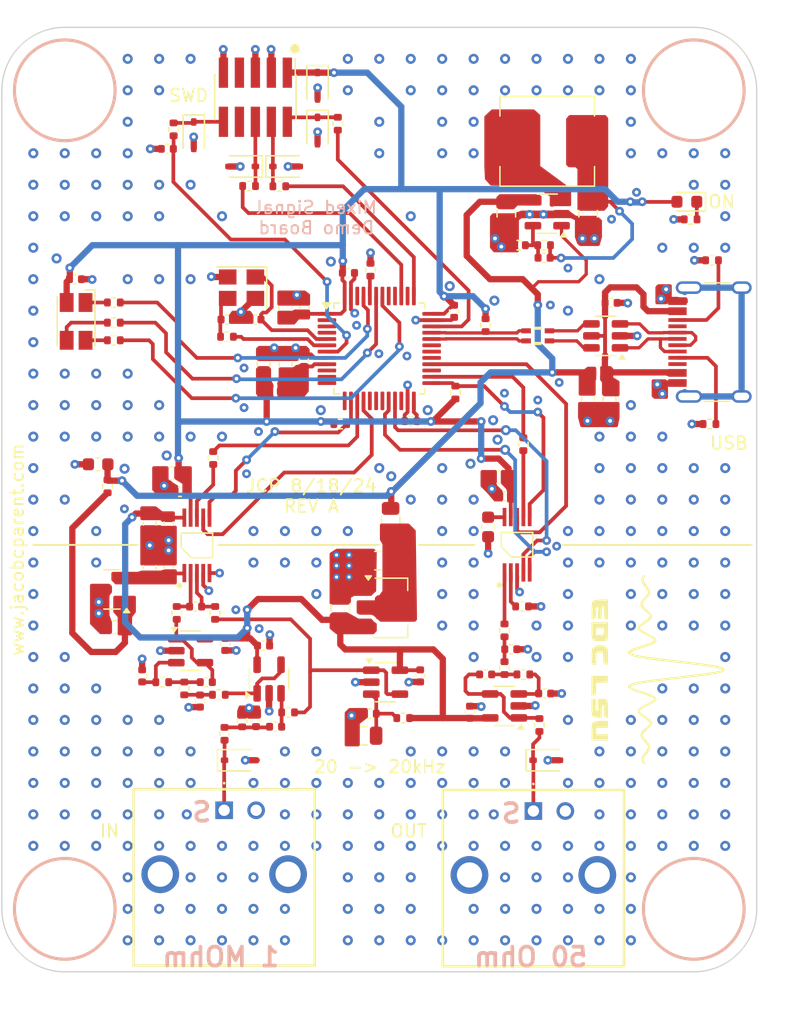
<source format=kicad_pcb>
(kicad_pcb (version 20240108) (generator "pcbnew") (generator_version "8.0")
  (layers (0 "F.Cu" signal) (1 "In1.Cu" power) (2 "In2.Cu" power) (31 "B.Cu" signal) (34 "B.Paste" user) (35 "F.Paste" user) (36 "B.SilkS" user "B.Silkscreen") (37 "F.SilkS" user "F.Silkscreen") (38 "B.Mask" user) (39 "F.Mask" user) (44 "Edge.Cuts" user))
  (net 0 "")
  (net 1 "VBUS")
  (net 2 "GND")
  (net 3 "+5V")
  (net 4 "/Power/+5V_FILT")
  (net 5 "+3.3VA")
  (net 6 "+3V3")
  (net 7 "/Power/BUCK_FB")
  (net 8 "/Power/VREF")
  (net 9 "VDDA")
  (net 10 "/MCU/HSE_IN")
  (net 11 "/MCU/XTAL_IN")
  (net 12 "/MCU/NRST")
  (net 13 "/ADC/IN_RF")
  (net 14 "/ADC/IN_BUF")
  (net 15 "Net-(C303-Pad1)")
  (net 16 "/ADC/IN_AA_BUF_IN")
  (net 17 "/ADC/IN_AA_BUF_OUT")
  (net 18 "Net-(C305-Pad1)")
  (net 19 "/ADC/ADC_IN-")
  (net 20 "/ADC/ADC_IN+")
  (net 21 "/ADC/ADC_VREF_VIN")
  (net 22 "/ADC/ADC_VREF")
  (net 23 "/DAC/DAC_VREF")
  (net 24 "Net-(C403-Pad1)")
  (net 25 "/DAC/OUT_AA_BUF_IN")
  (net 26 "/DAC/OUT_AA_BUF_OUT")
  (net 27 "Net-(C405-Pad1)")
  (net 28 "/Power/LED_PWR_K")
  (net 29 "/MCU/LED_B_K")
  (net 30 "/MCU/LED_R_K")
  (net 31 "/MCU/LED_G_K")
  (net 32 "/MCU/CONN_SWDIO")
  (net 33 "/MCU/CONN_SWCLK")
  (net 34 "/MCU/CONN_SWO")
  (net 35 "/MCU/CONN_NRST")
  (net 36 "/ADC/IN")
  (net 37 "/DAC/OUT")
  (net 38 "/MCU/USB_CONN_D-")
  (net 40 "/MCU/USB_CONN_CC2")
  (net 42 "/MCU/USB_CONN_D+")
  (net 43 "unconnected-(J200-SHIELD-PadS1)_2")
  (net 44 "/MCU/USB_CONN_CC1")
  (net 47 "/MCU/BOOT0")
  (net 48 "/MCU/HSE_OUT")
  (net 49 "SPI2_NSS")
  (net 50 "SPI1_NSS")
  (net 51 "/MCU/USB_D+")
  (net 52 "/MCU/TIM4_CH3")
  (net 53 "/MCU/TIM4_CH1")
  (net 54 "/MCU/TIM4_CH2")
  (net 55 "/MCU/SWDIO")
  (net 56 "/MCU/SWCLK")
  (net 57 "/MCU/SWO")
  (net 58 "VCOM")
  (net 59 "/ADC/IN_BUF_OUT")
  (net 60 "SPI1_SCK")
  (net 61 "/ADC/ADC_SCLK")
  (net 62 "SPI2_SCK")
  (net 63 "/DAC/DAC_SCLK")
  (net 64 "/DAC/DAC_OUT_B")
  (net 65 "/DAC/DAC_OUT_A")
  (net 66 "/Power/BUCK_SW")
  (net 75 "DAC_NLDAC")
  (net 79 "SPI1_MISO")
  (net 80 "/MCU/USB_D-")
  (net 82 "DAC_NCLR")
  (net 85 "SPI2_MOSI")
  (net 91 "/MCU/USB_CMC_D+")
  (net 92 "/MCU/USB_CMC_D-")
  (footprint "Capacitor_SMD:C_0402_1005Metric" (layer "F.Cu") (at 152.9 100.75)
    (property "Reference" "C307" (hide yes))
    (property "Value" "150p")
  )
  (footprint "Resistor_SMD:R_0402_1005Metric" (layer "F.Cu") (at 192.25 70)
    (property "Reference" "R103" (hide yes))
    (property "Value" "1k")
  )
  (footprint "Capacitor_SMD:C_0805_2012Metric" (layer "F.Cu") (at 177.6 69.55 -90)
    (property "Reference" "C104" (hide yes))
    (property "Value" "22u")
  )
  (footprint "Package_TO_SOT_SMD:SOT-23-5" (layer "F.Cu") (at 177.454424 108.635576 180)
    (property "Reference" "U401" (hide yes))
    (property "Value" "MCP6001T-E/OT")
  )
  (footprint "Capacitor_SMD:C_0402_1005Metric" (layer "F.Cu") (at 158.3 103.85)
    (property "Reference" "C302" (hide yes))
    (property "Value" "100n")
  )
  (footprint "Capacitor_SMD:C_0402_1005Metric" (layer "F.Cu") (at 175.954424 106.135576 180)
    (property "Reference" "C405" (hide yes))
    (property "Value" "1n")
  )
  (footprint "Resistor_SMD:R_0402_1005Metric" (layer "F.Cu") (at 146.4 78.2 180)
    (property "Reference" "R209" (hide yes))
    (property "Value" "1k")
  )
  (footprint "Capacitor_SMD:C_0603_1608Metric" (layer "F.Cu") (at 177 90.45 180)
    (property "Reference" "C400" (hide yes))
    (property "Value" "10u")
  )
  (footprint "Capacitor_SMD:C_0402_1005Metric" (layer "F.Cu") (at 165.05 74.25)
    (property "Reference" "C204" (hide yes))
    (property "Value" "100n")
  )
  (footprint "Capacitor_SMD:C_0603_1608Metric" (layer "F.Cu") (at 151 90.15 180)
    (property "Reference" "C315" (hide yes))
    (property "Value" "10u")
  )
  (footprint "Capacitor_SMD:C_0402_1005Metric" (layer "F.Cu") (at 180.6 73.05 180)
    (property "Reference" "C106" (hide yes))
    (property "Value" "DNP")
  )
  (footprint "Resistor_SMD:R_0402_1005Metric" (layer "F.Cu") (at 175.95 78.4 -90)
    (property "Reference" "R204" (hide yes))
    (property "Value" "1k5")
  )
  (footprint "Capacitor_SMD:C_0603_1608Metric" (layer "F.Cu") (at 176.15 94.425 -90)
    (property "Reference" "C402" (hide yes))
    (property "Value" "1u")
  )
  (footprint "LED_SMD:LED_0603_1608Metric" (layer "F.Cu") (at 191.95 68.6 180)
    (property "Reference" "D100" (hide yes))
    (property "Value" "GREEN")
  )
  (footprint "Capacitor_SMD:C_0805_2012Metric" (layer "F.Cu") (at 167.4 97.1 180)
    (property "Reference" "C102" (hide yes))
    (property "Value" "22u")
  )
  (footprint "Capacitor_SMD:C_0402_1005Metric" (layer "F.Cu") (at 177.954424 104.135576)
    (property "Reference" "C403" (hide yes))
    (property "Value" "1n")
  )
  (footprint "Capacitor_SMD:C_0603_1608Metric" (layer "F.Cu") (at 185.8 84.25 -90)
    (property "Reference" "C100" (hide yes))
    (property "Value" "1u")
  )
  (footprint "Resistor_SMD:R_0402_1005Metric" (layer "F.Cu") (at 155.392181 79.31827 180)
    (property "Reference" "R201" (hide yes))
    (property "Value" "0R")
  )
  (footprint "Resistor_SMD:R_0402_1005Metric" (layer "F.Cu") (at 178.6 72.05)
    (property "Reference" "R102" (hide yes))
    (property "Value" "22k")
  )
  (footprint "Inductor_SMD:L_0402_1005Metric" (layer "F.Cu") (at 184.95 82.15 180)
    (property "Reference" "L100" (hide yes))
    (property "Value" "10n")
  )
  (footprint "Resistor_SMD:R_0402_1005Metric" (layer "F.Cu") (at 166.75 109.25)
    (property "Reference" "R105" (hide yes))
    (property "Value" "1k")
  )
  (footprint "LOGO" (layer "F.Cu") (at 188.5 105.75 -90)
    (property "Reference" "G***" (hide yes))
    (property "Value" "LOGO" (hide yes))
  )
  (footprint "Capacitor_SMD:C_0402_1005Metric" (layer "F.Cu") (at 173.45 77.3 -90)
    (property "Reference" "C203" (hide yes))
    (property "Value" "100n")
  )
  (footprint "Resistor_SMD:R_0402_1005Metric" (layer "F.Cu") (at 156.6 109.789475 -90)
    (property "Reference" "R301" (hide yes))
    (property "Value" "2M2")
  )
  (footprint "Capacitor_SMD:C_0805_2012Metric" (layer "F.Cu") (at 166.3 111 180)
    (property "Reference" "C107" (hide yes))
    (property "Value" "22u")
  )
  (footprint "Capacitor_SMD:C_0402_1005Metric" (layer "F.Cu") (at 157.7 109.8 90)
    (property "Reference" "C300" (hide yes))
    (property "Value" "150p")
  )
  (footprint "Package_TO_SOT_SMD:SOT-23" (layer "F.Cu") (at 146.254424 99.385576 180)
    (property "Reference" "U302" (hide yes))
    (property "Value" "REF3033AIDBZT")
  )
  (footprint "Capacitor_SMD:C_0402_1005Metric" (layer "F.Cu") (at 174.704424 109.135576 90)
    (property "Reference" "C406" (hide yes))
    (property "Value" "100n")
  )
  (footprint "Resistor_SMD:R_0402_1005Metric" (layer "F.Cu") (at 152 107.25 -90)
    (property "Reference" "R304" (hide yes))
    (property "Value" "22k")
  )
  (footprint "Resistor_SMD:R_0402_1005Metric" (layer "F.Cu") (at 157.15 67.35)
    (property "Reference" "R212" (hide yes))
    (property "Value" "49R9")
  )
  (footprint "MixedSignalBoardParts:SOIC-10" (layer "F.Cu") (at 178.454424 95.835576)
    (property "Reference" "U400" (hide yes))
    (property "Value" "DAC7563SDGSR")
  )
  (footprint "Capacitor_SMD:C_0603_1608Metric" (layer "F.Cu") (at 160.05 81.5 90)
    (property "Reference" "C206" (hide yes))
    (property "Value" "1u")
  )
  (footprint "Capacitor_SMD:C_0402_1005Metric" (layer "F.Cu") (at 180.65 107.65)
    (property "Reference" "C404" (hide yes))
    (property "Value" "150p")
  )
  (footprint "Diode_SMD:D_SOD-323" (layer "F.Cu") (at 156.25 112.95)
    (property "Reference" "D300" (hide yes))
    (property "Value" "PESD3V3L1BA,115")
  )
  (footprint "Capacitor_SMD:C_0402_1005Metric" (layer "F.Cu") (at 177.45 92 180)
    (property "Reference" "C401" (hide yes))
    (property "Value" "100n")
  )
  (footprint "Capacitor_SMD:C_0402_1005Metric" (layer "F.Cu") (at 157.615769 77.952317 180)
    (property "Reference" "C208" (hide yes))
    (property "Value" "10p")
  )
  (footprint "Resistor_SMD:R_0402_1005Metric" (layer "F.Cu") (at 164.201713 62.401713 90)
    (property "Reference" "R210" (hide yes))
    (property "Value" "49R9")
  )
  (footprint "Resistor_SMD:R_0402_1005Metric" (layer "F.Cu") (at 146.4 76.6 180)
    (property "Reference" "R207" (hide yes))
    (property "Value" "1k")
  )
  (footprint "Package_TO_SOT_SMD:SOT-23-6" (layer "F.Cu") (at 185.5 79.25 180)
    (property "Reference" "U201" (hide yes))
    (property "Value" "USBLC6-2SC6")
  )
  (footprint "Resistor_SMD:R_0402_1005Metric" (layer "F.Cu") (at 173.55 83.75 90)
    (property "Reference" "R202" (hide yes))
    (property "Value" "10k")
  )
  (footprint "Capacitor_SMD:C_0402_1005Metric" (layer "F.Cu") (at 159.257029 110.289261 180)
    (property "Reference" "C301" (hide yes))
    (property "Value" "100n")
  )
  (footprint "Capacitor_SMD:C_0402_1005Metric" (layer "F.Cu") (at 170 86.025 180)
    (property "Reference" "C202" (hide yes))
    (property "Value" "100n")
  )
  (footprint "Capacitor_SMD:C_0402_1005Metric" (layer "F.Cu") (at 155.25 103.75 -90)
    (property "Reference" "C306" (hide yes))
    (property "Value" "100n")
  )
  (footprint "Diode_SMD:D_SOD-323" (layer "F.Cu") (at 160.092549 65.798615)
    (property "Reference" "D203" (hide yes))
    (property "Value" "PESD3V3L1BA,115")
  )
  (footprint "Capacitor_SMD:C_0402_1005Metric" (layer "F.Cu") (at 143.35 74.75)
    (property "Reference" "C211" (hide yes))
    (property "Value" "100n")
  )
  (footprint "Capacitor_SMD:C_0603_1608Metric" (layer "F.Cu") (at 146.504424 102.385576 180)
    (property "Reference" "C309" (hide yes))
    (property "Value" "10u")
  )
  (footprint "Diode_SMD:D_SOD-323" (layer "F.Cu") (at 152.754481 63.315208 -90)
    (property "Reference" "D205" (hide yes))
    (property "Value" "PESD3V3L1BA,115")
  )
  (footprint "Capacitor_SMD:C_0603_1608Metric" (layer "F.Cu") (at 158.3 81.5 90)
    (property "Reference" "C207" (hide yes))
    (property "Value" "1u")
  )
  (footprint "Package_TO_SOT_SMD:SOT-23-5" (layer "F.Cu") (at 168 106.75)
    (property "Reference" "U102" (hide yes))
    (property "Value" "MCP6001T-E/OT")
  )
  (footprint "Package_QFP:LQFP-48_7x7mm_P0.5mm" (layer "F.Cu") (at 167.5 80.25)
    (property "Reference" "U200" (hide yes))
    (property "Value" "STM32F103CBT6")
  )
  (footprint "Resistor_SMD:R_0402_1005Metric" (layer "F.Cu") (at 155.2 110.85 -90)
    (property "Reference" "R300" (hide yes))
    (property "Value" "1k")
  )
  (footprint "MixedSignalBoardParts:choke" (layer "F.Cu") (at 180.1 79.25 180)
    (property "Reference" "L201" (hide yes))
    (property "Value" "CMF3216F-900-2P-T" (hide yes))
  )
  (footprint "MountingHole:MountingHole_3.2mm_M3" (layer "F.Cu") (at 192.5 124.75)
    (property "Reference" "H3" (hide yes))
    (property "Value" "MountingHole")
  )
  (footprint "MountingHole:MountingHole_3.2mm_M3" (layer "F.Cu") (at 142.5 124.75)
    (property "Reference" "H2" (hide yes))
    (property "Value" "MountingHole")
  )
  (footprint "Capacitor_SMD:C_0402_1005Metric" (layer "F.Cu") (at 153.75 106.75)
    (property "Reference" "C305" (hide yes))
    (property "Value" "1n")
  )
  (footprint "Resistor_SMD:R_0402_1005Metric" (layer "F.Cu") (at 159.552763 67.370987 180)
    (property "Reference" "R211" (hide yes))
    (property "Value" "49R9")
  )
  (footprint "Package_TO_SOT_SMD:SOT-23-5" (layer "F.Cu") (at 152.5 104.25)
    (property "Reference" "U301" (hide yes))
    (property "Value" "MCP6001T-E/OT")
  )
  (footprint "MixedSignalBoardParts:SOIC-10" (layer "F.Cu") (at 153.004424 95.885576)
    (property "Reference" "U303" (hide yes))
    (property "Value" "ADC141S626CIMM_NOPB")
  )
  (footprint "MountingHole:MountingHole_3.2mm_M3" (layer "F.Cu") (at 142.5 59.75)
    (property "Reference" "H1" (hide yes))
    (property "Value" "MountingHole")
  )
  (footprint "Resistor_SMD:R_0402_1005Metric" (layer "F.Cu") (at 169.4 109.6)
    (property "Reference" "R104" (hide yes))
    (property "Value" "1k")
  )
  (footprint "Package_TO_SOT_SMD:SOT-23-5" (layer "F.Cu") (at 158.74 106.5 90)
    (property "Reference" "U300" (hide yes))
    (property "Value" "MCP6001T-E/OT")
  )
  (footprint "Capacitor_SMD:C_0805_2012Metric" (layer "F.Cu") (at 184.1 69.55 -90)
    (property "Reference" "C105" (hide yes))
    (property "Value" "22u")
  )
  (footprint "Diode_SMD:D_SOD-323" (layer "F.Cu") (at 156.599756 65.798615 180)
    (property "Reference" "D204" (hide yes))
    (property "Value" "PESD3V3L1BA,115")
  )
  (footprint "Capacitor_SMD:C_0402_1005Metric" (layer "F.Cu") (at 185.928267 76.627567)
    (property "Reference" "C210" (hide yes))
    (property "Value" "100n")
  )
  (footprint "Resistor_SMD:R_0402_1005Metric" (layer "F.Cu") (at 180.6 72.05)
    (property "Reference" "R101" (hide yes))
    (property "Value" "100k")
  )
  (footprint "Connector_PinHeader_1.27mm:PinHeader_2x05_P1.27mm_Vertical_SMD" (layer "F.Cu") (at 157.65 60.3 -90)
    (property "Reference" "J201" (hide yes))
    (property "Value" "2x5 1.27mm")
  )
  (footprint "Capacitor_SMD:C_0402_1005Metric" (layer "F.Cu") (at 150.65 64.4 180)
    (property "Reference" "C212" (hide yes))
    (property "Value" "100n")
  )
  (footprint "Inductor_SMD:L_0402_1005Metric" (layer "F.Cu") (at 159.175 83.65 180)
    (property "Reference" "L200" (hide yes))
    (property "Value" "10n")
  )
  (footprint "Capacitor_SMD:C_0603_1608Metric" (layer "F.Cu") (at 149.254424 97.635576 90)
    (property "Reference" "C310" (hide yes))
    (property "Value" "10u")
  )
  (footprint "Package_TO_SOT_SMD:SOT-89-3" (layer "F.Cu") (at 168.4 100.85)
    (property "Reference" "U100" (hide yes))
    (property "Value" "HT7533-1")
  )
  (footprint "Resistor_SMD:R_0402_1005Metric" (layer "F.Cu") (at 180.229424 110.150576 90)
    (property "Reference" "R405" (hide yes))
    (property "Value" "49R9")
  )
  (footprint "Resistor_SMD:R_0402_1005Metric" (layer "F.Cu") (at 178.954424 106.135576 180)
    (property "Reference" "R404" (hide yes))
    (property "Value" "12k")
  )
  (footprint "Resistor_SMD:R_0402_1005Metric" (layer "F.Cu") (at 177.454424 102.635576 90)
    (property "Reference" "R402" (hide yes))
    (property "Value" "6k8")
  )
  (footprint "Capacitor_SMD:C_0603_1608Metric" (layer "F.Cu") (at 149.254424 94.135576 -90)
    (property "Reference" "C312" (hide yes))
    (property "Value" "10u")
  )
  (footprint "Diode_SMD:D_SOD-323" (layer "F.Cu") (at 180.775 112.95)
    (property "Reference" "D400" (hide yes))
    (property "Value" "PESD3V3L1BA,115")
  )
  (footprint "Resistor_SMD:R_0402_1005Metric" (layer "F.Cu") (at 164.4 86.25)
    (property "Reference" "R203" (hide yes))
    (property "Value" "10k")
  )
  (footprint "Resistor_SMD:R_0402_1005Metric" (layer "F.Cu") (at 160.25 109.15)
    (property "Reference" "R302" (hide yes))
    (property "Value" "2M2")
  )
  (footprint "Capacitor_SMD:C_0402_1005Metric" (layer "F.Cu") (at 153.25 108.25 -90)
    (property "Reference" "C303" (hide yes))
    (property "Value" "1n")
  )
  (footprint "Resistor_SMD:R_0402_1005Metric" (layer "F.Cu") (at 151.4 101.25 -90)
    (property "Reference" "R306" (hide yes))
    (property "Value" "1k")
  )
  (footprint "Capacitor_SMD:C_0603_1608Metric" (layer "F.Cu") (at 184.1 84.25 -90)
    (property "Reference" "C101" (hide yes))
    (property "Value" "1u")
  )
  (footprint "Resistor_SMD:R_0402_1005Metric" (layer "F.Cu") (at 145.9 91.2 90)
    (property "Reference" "R308" (hide yes))
    (property "Value" "49R9")
  )
  (footprint "Resistor_SMD:R_0402_1005Metric" (layer "F.Cu") (at 154.75 107.75)
    (property "Reference" "R303" (hide yes))
    (property "Value" "6k8")
  )
  (footprint "Diode_SMD:D_SOD-323" (layer "F.Cu") (at 162.591978 62.946702 -90)
    (property "Reference" "D202" (hide yes))
    (property "Value" "PESD3V3L1BA,115")
  )
  (footprint "Capacitor_SMD:C_0402_1005Metric" (layer "F.Cu") (at 155.4 77.95)
    (property "Reference" "C209" (hide yes))
    (property "Value" "10p")
  )
  (footprint "MixedSignalBoardParts:BNC" (layer "F.Cu") (at 155.17 116.92 180)
    (property "Reference" "J300" (hide yes))
    (property "Value" "031-5640-1010" (hide yes))
  )
  (footprint "LED_SMD:LED_Avago_PLCC4_3.2x2.8mm_CW" (layer "F.Cu") (at 143.4 78.1 -90)
    (property "Reference" "D200" (hide yes))
    (property "Value" "ASMB-MTB1-0A3A2")
  )
  (footprint "Capacitor_SMD:C_0402_1005Metric" (layer "F.Cu") (at 148.65 106.25 90)
    (property "Reference" "C304" (hide yes))
    (property "Value" "150p")
  )
  (footprint "Resistor_SMD:R_0402_1005Metric" (layer "F.Cu") (at 154.3 88.95 -90)
    (property "Reference" "R309" (hide yes))
    (property "Value" "0R")
  )
  (footprint "Resistor_SMD:R_0402_1005Metric" (layer "F.Cu") (at 193.75 86.25 180)
    (property "Reference" "R205" (hide yes))
    (property "Value" "5k1")
  )
  (footprint "Resistor_SMD:R_0402_1005Metric" (layer "F.Cu") (at 178.95 87.85 -90)
    (property "Reference" "R400" (hide yes))
    (property "Value" "0R")
  )
  (footprint "Capacitor_SMD:C_0603_1608Metric" (layer "F.Cu") (at 160.025 77.075 90)
    (property "Reference" "C200" (hide yes))
    (property "Value" "10u")
  )
  (footprint "Resistor_SMD:R_0402_1005Metric" (layer "F.Cu") (at 154.45 101.25 -90)
    (property "Reference" "R307" (hide yes))
    (property "Value" "1k")
  )
  (footprint "MixedSignalBoardParts:BNC" (layer "F.Cu") (at 179.75 116.98 180)
    (property "Reference" "J400" (hide yes))
    (property "Value" "031-5640-1010" (hide yes))
  )
  (footprint "Package_TO_SOT_SMD:SOT-23-5" (layer "F.Cu") (at 180.85 69.55 180)
    (property "Reference" "U101" (hide yes))
    (property "Value" "TLV62569DBV")
  )
  (footprint "Connector_USB:USB_C_Receptacle_HRO_TYPE-C-31-M-12" (layer "F.Cu") (at 195.25 79.741488 90)
    (property "Reference" "J200" (hide yes))
    (property "Value" "USB_C_Receptacle_USB2.0")
  )
  (footprint "Resistor_SMD:R_0402_1005Metric" (layer "F.Cu") (at 177.454424 105.635576 90)
    (property "Reference" "R403" (hide yes))
    (property "Value" "22k")
  )
  (footprint "Capacitor_SMD:C_0402_1005Metric" (layer "F.Cu") (at 150.754424 97.635576 90)
    (property "Reference" "C311" (hide yes))
    (property "Value" "100n")
  )
  (footprint "Capacitor_SMD:C_0402_1005Metric" (layer "F.Cu") (at 161.5 81.2 90)
    (property "Reference" "C205" (hide yes))
    (property "Value" "10n")
  )
  (footprint "MountingHole:MountingHole_3.2mm_M3" (layer "F.Cu") (at 192.5 59.75)
    (property "Reference" "H4" (hide yes))
    (property "Value" "MountingHole")
  )
  (footprint "Capacitor_SMD:C_0402_1005Metric" (layer "F.Cu") (at 150.754424 94.135576 -90)
    (property "Reference" "C313" (hide yes))
    (property "Value" "100n")
  )
  (footprint "Capacitor_SMD:C_0805_2012Metric" (layer "F.Cu") (at 164.4 100.85 90)
    (property "Reference" "C103" (hide yes))
    (property "Value" "22u")
  )
  (footprint "Capacitor_SMD:C_0402_1005Metric" (layer "F.Cu") (at 170.75 106.25 -90)
    (property "Reference" "C108" (hide yes))
    (property "Value" "100n")
  )
  (footprint "Diode_SMD:D_SOD-323" (layer "F.Cu") (at 162.591978 59.389822 -90)
    (property "Reference" "D201" (hide yes))
    (property "Value" "PESD3V3L1BA,115")
  )
  (footprint "Resistor_SMD:R_0402_1005Metric" (layer "F.Cu") (at 150.25 106.75)
    (property "Reference" "R305" (hide yes))
    (property "Value" "12k")
  )
  (footprint "Capacitor_SMD:C_0603_1608Metric" (layer "F.Cu") (at 145.15 89.45 180)
    (property "Reference" "C308" (hide yes))
    (property "Value" "10u")
  )
  (footprint "Resistor_SMD:R_0402_1005Metric" (layer "F.Cu") (at 151.15 62.85 90)
    (property "Reference" "R213" (hide yes))
    (property "Value" "49R9")
  )
  (footprint "Resistor_SMD:R_0402_1005Metric" (layer "F.Cu") (at 193.95 73.25 180)
    (property "Reference" "R206" (hide yes))
    (property "Value" "5k1")
  )
  (footprint "Crystal:Crystal_SMD_3225-4Pin_3.2x2.5mm" (layer "F.Cu") (at 156.55 75.425 180)
    (property "Reference" "Y200" (hide yes))
    (property "Value" "16MHz")
  )
  (footprint "Resistor_SMD:R_0402_1005Metric" (layer "F.Cu") (at 178.85 100.735576)
    (property "Reference" "R401" (hide yes))
    (property "Value" "10k")
  )
  (footprint "Capacitor_SMD:C_0402_1005Metric" (layer "F.Cu") (at 161.559592 77.015773 90)
    (property "Reference" "C201" (hide yes))
    (property "Value" "100n")
  )
  (footprint "Inductor_SMD:L_Sunlord_MWSA0603S" (layer "F.Cu") (at 180.85 63.8)
    (property "Reference" "L101" (hide yes))
    (property "Value" "15u")
  )
  (footprint "Resistor_SMD:R_0402_1005Metric" (layer "F.Cu") (at 146.4 79.6 180)
    (property "Reference" "R208" (hide yes))
    (property "Value" "1k")
  )
  (footprint "Capacitor_SMD:C_0402_1005Metric" (layer "F.Cu") (at 151.654424 91.635576 180)
    (property "Reference" "C314" (hide yes))
    (property "Value" "100n")
  )
  (footprint "Resistor_SMD:R_0402_1005Metric" (layer "F.Cu") (at 166.8 74 90)
    (property "Reference" "R200" (hide yes))
    (property "Value" "10k")
  )
  (footprint "Resistor_SMD:R_0805_2012Metric" (layer "F.Cu") (at 168.4 93.865 90)
    (property "Reference" "R100" (hide yes))
    (property "Value" "10R")
  )
  (gr_circle (center 192.5 124.75) (end 196.5 124.75) (stroke (width 0.25)) (fill none) (layer "B.SilkS"))
  (gr_circle (center 142.5 124.75) (end 146.5 124.75) (stroke (width 0.25)) (fill none) (layer "B.SilkS"))
  (gr_circle (center 192.5 59.75) (end 196.5 59.75) (stroke (width 0.25)) (fill none) (layer "B.SilkS"))
  (gr_circle (center 142.5 59.75) (end 146.5 59.75) (stroke (width 0.25)) (fill none) (layer "B.SilkS"))
  (gr_circle (center 192.5 124.75) (end 196.5 124.75) (stroke (width 0.25)) (fill none) (layer "F.SilkS"))
  (gr_line (start 148.3 95.85) (end 140 95.85) (stroke (width 0.15)) (layer "F.SilkS"))
  (gr_circle (center 192.5 59.75) (end 196.5 59.75) (stroke (width 0.25)) (fill none) (layer "F.SilkS"))
  (gr_line (start 170.6 95.85) (end 175.1 95.85) (stroke (width 0.15)) (layer "F.SilkS"))
  (gr_line (start 182.1 95.85) (end 197.1 95.85) (stroke (width 0.15)) (layer "F.SilkS"))
  (gr_circle (center 142.5 124.75) (end 146.5 124.75) (stroke (width 0.25)) (fill none) (layer "F.SilkS"))
  (gr_line (start 154.7 95.85) (end 167.5 95.85) (stroke (width 0.15)) (layer "F.SilkS"))
  (gr_circle (center 160.8 56.45) (end 161.116228 56.45) (stroke (width 0.15)) (fill solid) (layer "F.SilkS"))
  (gr_circle (center 142.5 59.75) (end 146.5 59.75) (stroke (width 0.25)) (fill none) (layer "F.SilkS"))
  (gr_arc (start 192.5 54.75) (mid 196.035534 56.214466) (end 197.5 59.75) (stroke (width 0.1)) (layer "Edge.Cuts"))
  (gr_line (start 142.5 54.75) (end 187.5 54.75) (stroke (width 0.1)) (layer "Edge.Cuts"))
  (gr_arc (start 142.5 129.75) (mid 138.964466 128.285534) (end 137.5 124.75) (stroke (width 0.1)) (layer "Edge.Cuts"))
  (gr_line (start 197.5 124.75) (end 197.5 59.75) (stroke (width 0.1)) (layer "Edge.Cuts"))
  (gr_line (start 192.5 54.75) (end 187.5 54.75) (stroke (width 0.1)) (layer "Edge.Cuts"))
  (gr_line (start 137.5 59.75) (end 137.5 124.75) (stroke (width 0.1)) (layer "Edge.Cuts"))
  (gr_line (start 142.5 129.75) (end 192.5 129.75) (stroke (width 0.1)) (layer "Edge.Cuts"))
  (gr_arc (start 197.5 124.75) (mid 196.035534 128.285534) (end 192.5 129.75) (stroke (width 0.1)) (layer "Edge.Cuts"))
  (gr_arc (start 137.5 59.75) (mid 138.964466 56.214466) (end 142.5 54.75) (stroke (width 0.1)) (layer "Edge.Cuts"))
  (gr_text "Mixed Signal\nDemo Board" (at 162.5 71.25 0) (layer "B.SilkS") (effects (font (size 1 1)) (justify bottom mirror)))
  (gr_text "1 MOhm" (at 159.7 129.45 0) (layer "B.SilkS") (effects (font (size 1.5 1.5) (thickness 0.3) (bold yes)) (justify left bottom mirror)))
  (gr_text "50 Ohm" (at 184.2 129.45 0) (layer "B.SilkS") (effects (font (size 1.5 1.5) (thickness 0.3) (bold yes)) (justify left bottom mirror)))
  (gr_text "S" (at 154.3 117.95 0) (layer "B.SilkS") (effects (font (size 1.5 1.5) (thickness 0.3) (bold yes)) (justify left bottom mirror)))
  (gr_text "S" (at 178.9 118.05 0) (layer "B.SilkS") (effects (font (size 1.5 1.5) (thickness 0.3) (bold yes)) (justify left bottom mirror)))
  (gr_text " ON" (at 192.8 68.6 0) (layer "F.SilkS") (effects (font (size 1 1)) (justify left)))
  (gr_text "IN" (at 145.2 119.15 0) (layer "F.SilkS") (effects (font (size 1 1)) (justify left bottom)))
  (gr_text "20 -> 20kHz" (at 162.2 114.05 0) (layer "F.SilkS") (effects (font (size 1 1)) (justify left bottom)))
  (gr_text "USB" (at 193.7 88.35 0) (layer "F.SilkS") (effects (font (size 1 1)) (justify left bottom)))
  (gr_text "OUT" (at 168.3 119.15 0) (layer "F.SilkS") (effects (font (size 1 1)) (justify left bottom)))
  (gr_text "SWD" (at 150.7 60.75 0) (layer "F.SilkS") (effects (font (size 1 1)) (justify left bottom)))
  (gr_text "JCP 8/18/24\nREV A" (at 162.1 93.35 0) (layer "F.SilkS") (effects (font (size 1 1)) (justify bottom)))
  (gr_text "www.jacobcparent.com" (at 139.3 104.75 90) (layer "F.SilkS") (effects (font (size 1 1)) (justify left bottom)))
  (segment (start 185.45 80.8) (end 185.45 81.05) (width 0.5) (layer "F.Cu") (net 1))
  (segment (start 185.45 75.8) (end 185.45 76.1) (width 0.5) (layer "F.Cu") (net 1))
  (segment (start 185.85 75.4) (end 185.45 75.8) (width 0.5) (layer "F.Cu") (net 1))
  (segment (start 188.858512 77.291488) (end 188.5 76.932976) (width 0.5) (layer "F.Cu") (net 1))
  (segment (start 190.458512 82.191488) (end 190.417024 82.15) (width 0.5) (layer "F.Cu") (net 1))
  (segment (start 185.45 80.8) (end 185.45 77.7) (width 0.3) (layer "F.Cu") (net 1))
  (segment (start 191.205 82.191488) (end 190.458512 82.191488) (width 0.5) (layer "F.Cu") (net 1))
  (segment (start 185.45 79.25) (end 185.45 80.8) (width 0.3) (layer "F.Cu") (net 1))
  (segment (start 185.448267 77.698267) (end 185.448267 76.627567) (width 0.5) (layer "F.Cu") (net 1))
  (segment (start 185.45 77.7) (end 185.448267 77.698267) (width 0.5) (layer "F.Cu") (net 1))
  (segment (start 188.5 75.95) (end 187.95 75.4) (width 0.5) (layer "F.Cu") (net 1))
  (segment (start 185.45 81.05) (end 185.435 81.065) (width 0.5) (layer "F.Cu") (net 1))
  (segment (start 185.435 81.065) (end 185.435 82.15) (width 0.5) (layer "F.Cu") (net 1))
  (segment (start 188.5 76.932976) (end 188.5 75.95) (width 0.5) (layer "F.Cu") (net 1))
  (segment (start 190.417024 82.15) (end 185.435 82.15) (width 0.5) (layer "F.Cu") (net 1))
  (segment (start 184.3625 79.25) (end 185.45 79.25) (width 0.3) (layer "F.Cu") (net 1))
  (segment (start 187.95 75.4) (end 185.85 75.4) (width 0.5) (layer "F.Cu") (net 1))
  (segment (start 191.205 77.291488) (end 188.858512 77.291488) (width 0.5) (layer "F.Cu") (net 1))
  (segment (start 185.45 76.1) (end 185.448267 76.101733) (width 0.5) (layer "F.Cu") (net 1))
  (segment (start 185.448267 76.101733) (end 185.448267 76.627567) (width 0.5) (layer "F.Cu") (net 1))
  (segment (start 156.128112 104.23) (end 155.25 104.23) (width 0.5) (layer "F.Cu") (net 2))
  (segment (start 178.591924 108.635576) (end 179.864424 108.635576) (width 0.5) (layer "F.Cu") (net 2))
  (segment (start 193.24 86.25) (end 192.35 86.25) (width 0.5) (layer "F.Cu") (net 2))
  (segment (start 166.8625 106.75) (end 165.6 106.75) (width 0.5) (layer "F.Cu") (net 2))
  (segment (start 191.74 70) (end 190.9 70) (width 0.5) (layer "F.Cu") (net 2))
  (segment (start 169.75 84.4125) (end 169.75 85.3) (width 0.3) (layer "F.Cu") (net 2))
  (segment (start 160.251385 65.798615) (end 160.25 65.8) (width 0.5) (layer "F.Cu") (net 2))
  (segment (start 156.448615 65.798615) (end 156.45 65.8) (width 0.5) (layer "F.Cu") (net 2))
  (segment (start 175.574424 108.655576) (end 175.604424 108.685576) (width 0.5) (layer "F.Cu") (net 2))
  (segment (start 148.65 105.77) (end 148.65 104.9) (width 0.5) (layer "F.Cu") (net 2))
  (segment (start 165.25 77.15) (end 165.55 77.45) (width 0.3) (layer "F.Cu") (net 2))
  (segment (start 186.65 79.25) (end 188 79.25) (width 0.5) (layer "F.Cu") (net 2))
  (segment (start 150.17 64.4) (end 149.3 64.4) (width 0.5) (layer "F.Cu") (net 2))
  (segment (start 157.75 112.95) (end 156.85 112.95) (width 0.5) (layer "F.Cu") (net 2))
  (segment (start 170.75 106.73) (end 169.87 106.73) (width 0.5) (layer "F.Cu") (net 2))
  (segment (start 144.65 74.75) (end 144.675 74.775) (width 0.5) (layer "F.Cu") (net 2))
  (segment (start 174.704424 108.655576) (end 175.574424 108.655576) (width 0.5) (layer "F.Cu") (net 2))
  (segment (start 165.25 76.0875) (end 165.25 75) (width 0.3) (layer "F.Cu") (net 2))
  (segment (start 186.6375 79.25) (end 186.65 79.25) (width 0.5) (layer "F.Cu") (net 2))
  (segment (start 155.549756 65.798615) (end 156.448615 65.798615) (width 0.5) (layer "F.Cu") (net 2))
  (segment (start 153.504424 98.085576) (end 153.504424 99.04) (width 0.3) (layer "F.Cu") (net 2))
  (segment (start 169.87 106.73) (end 169.85 106.75) (width 0.5) (layer "F.Cu") (net 2))
  (segment (start 153.25 108.73) (end 152.37 108.73) (width 0.5) (layer "F.Cu") (net 2))
  (segment (start 157.65 76.275) (end 157.575 76.275) (width 0.5) (layer "F.Cu") (net 2))
  (segment (start 158.92 56.52) (end 158.9 56.5) (width 0.5) (layer "F.Cu") (net 2))
  (segment (start 153.504424 99.04) (end 153.95 99.485576) (width 0.3) (layer "F.Cu") (net 2))
  (segment (start 169.52 85.53) (end 169.52 86.025) (width 0.3) (layer "F.Cu") (net 2))
  (segment (start 163.3375 81) (end 162.35 81) (width 0.3) (layer "F.Cu") (net 2))
  (segment (start 178.653327 99.589415) (end 178.454424 99.390512) (width 0.3) (layer "F.Cu") (net 2))
  (segment (start 161.142549 65.798615) (end 160.251385 65.798615) (width 0.5) (layer "F.Cu") (net 2))
  (segment (start 158.78 103.85) (end 158.78 102.997515) (width 0.5) (layer "F.Cu") (net 2))
  (segment (start 143.83 74.75) (end 144.65 74.75) (width 0.5) (layer "F.Cu") (net 2))
  (segment (start 151.3625 104.25) (end 150.1 104.25) (width 0.5) (layer "F.Cu") (net 2))
  (segment (start 155.45 74.575) (end 154.175 74.575) (width 0.5) (layer "F.Cu") (net 2))
  (segment (start 165.53 74.72) (end 165.53 74.25) (width 0.3) (layer "F.Cu") (net 2))
  (segment (start 186.408267 76.627567) (end 187.227567 76.627567) (width 0.5) (layer "F.Cu") (net 2))
  (segment (start 171.6625 78) (end 172.55 78) (width 0.3) (layer "F.Cu") (net 2))
  (segment (start 171.6625 78) (end 170.4 78) (width 0.3) (layer "F.Cu") (net 2))
  (segment (start 166.8 73.49) (end 166.8 72.65) (width 0.5) (layer "F.Cu") (net 2))
  (segment (start 172.55 78) (end 173.23 78) (width 0.29337) (layer "F.Cu") (net 2))
  (segment (start 152.754481 63.454481) (end 152.75 63.45) (width 0.5) (layer "F.Cu") (net 2))
  (segment (start 193.44 73.25) (end 192.55 73.25) (width 0.5) (layer "F.Cu") (net 2))
  (segment (start 157.65 58.35) (end 157.65 56.5) (width 0.5) (layer "F.Cu") (net 2))
  (segment (start 152.754481 64.365208) (end 152.754481 63.454481) (width 0.5) (layer "F.Cu") (net 2))
  (segment (start 181.13 107.65) (end 182 107.65) (width 0.5) (layer "F.Cu") (net 2))
  (segment (start 158.92 58.35) (end 158.92 56.52) (width 0.5) (layer "F.Cu") (net 2))
  (segment (start 162.591978 59.558022) (end 162.6 59.55) (width 0.5) (layer "F.Cu") (net 2))
  (segment (start 173.23 78) (end 173.45 77.78) (width 0.29337) (layer "F.Cu") (net 2))
  (segment (start 179.514424 100.735576) (end 180.354424 100.735576) (width 0.5) (layer "F.Cu") (net 2))
  (segment (start 179.864424 108.635576) (end 179.9 108.6) (width 0.5) (layer "F.Cu") (net 2))
  (segment (start 178.434424 104.135576) (end 179.304424 104.135576) (width 0.5) (layer "F.Cu") (net 2))
  (segment (start 158.74 109.04) (end 158.75 109.05) (width 0.5) (layer "F.Cu") (net 2))
  (segment (start 176.154424 95.410576) (end 176.154424 96.535576) (width 0.5) (layer "F.Cu") (net 2))
  (segment (start 152.37 108.73) (end 152.35 108.75) (width 0.5) (layer "F.Cu") (net 2))
  (segment (start 154.175 74.575) (end 154.15 74.55) (width 0.5) (layer "F.Cu") (net 2))
  (segment (start 178.454424 99.390512) (end 178.454424 98.335576) (width 0.3) (layer "F.Cu") (net 2))
  (segment (start 155.1 56.5) (end 155.11 56.51) (width 0.5) (layer "F.Cu") (net 2))
  (segment (start 154.004424 98.085576) (end 154.804424 98.085576) (width 0.3) (layer "F.Cu") (net 2))
  (segment (start 155.11 56.51) (end 155.11 58.35) (width 0.5) (layer "F.Cu") (net 2))
  (segment (start 165.25 75) (end 165.53 74.72) (width 0.3) (layer "F.Cu") (net 2))
  (segment (start 158.74 107.6375) (end 158.74 109.04) (width 0.5) (layer "F.Cu") (net 2))
  (segment (start 162.591978 63.996702) (end 162.591978 63.058022) (width 0.5) (layer "F.Cu") (net 2))
  (segment (start 162.591978 60.439822) (end 162.591978 59.558022) (width 0.5) (layer "F.Cu") (net 2))
  (segment (start 162.07 80.72) (end 161.5 80.72) (width 0.3) (layer "F.Cu") (net 2))
  (segment (start 165.25 76.0875) (end 165.25 77.15) (width 0.3) (layer "F.Cu") (net 2))
  (segment (start 158.78 102.997515) (end 158.801606 102.975909) (width 0.5) (layer "F.Cu") (net 2))
  (segment (start 181.825 112.95) (end 180.9 112.95) (width 0.5) (layer "F.Cu") (net 2))
  (segment (start 162.35 81) (end 162.07 80.72) (width 0.3) (layer "F.Cu") (net 2))
  (segment (start 187.227567 76.627567) (end 187.25 76.65) (width 0.5) (layer "F.Cu") (net 2))
  (segment (start 144.375 89.45) (end 143.3 89.45) (width 0.5) (layer "F.Cu") (net 2))
  (segment (start 169.75 84.4125) (end 169.75 83.15) (width 0.3) (layer "F.Cu") (net 2))
  (segment (start 169.75 85.3) (end 169.52 85.53) (width 0.3) (layer "F.Cu") (net 2))
  (segment (start 157.575 76.275) (end 156.5 77.35) (width 0.5) (layer "F.Cu") (net 2))
  (segment (start 162.591978 63.058022) (end 162.6 63.05) (width 0.5) (layer "F.Cu") (net 2))
  (via (at 169.7 80.85) (size 0.7) (drill 0.3) (layers "F.Cu" "B.Cu") (net 2))
  (via (at 162.5 112.25) (size 0.8) (drill 0.4) (layers "F.Cu" "B.Cu") (net 2))
  (via (at 170 117.25) (size 0.8) (drill 0.4) (layers "F.Cu" "B.Cu") (net 2))
  (via (at 144.675 74.775) (size 0.7) (drill 0.3) (layers "F.Cu" "B.Cu") (net 2))
  (via (at 145 107.25) (size 0.8) (drill 0.4) (layers "F.Cu" "B.Cu") (net 2))
  (via (at 158.75 109.05) (size 0.7) (drill 0.3) (layers "F.Cu" "B.Cu") (net 2))
  (via (at 145 82.25) (size 0.8) (drill 0.4) (layers "F.Cu" "B.Cu") (net 2))
  (via (at 192.5 89.75) (size 0.8) (drill 0.4) (layers "F.Cu" "B.Cu") (net 2))
  (via (at 156.75 84.95) (size 0.7) (drill 0.3) (layers "F.Cu" "B.Cu") (net 2))
  (via (at 155 122.25) (size 0.8) (drill 0.4) (layers "F.Cu" "B.Cu") (net 2))
  (via (at 187.5 117.25) (size 0.8) (drill 0.4) (layers "F.Cu" "B.Cu") (net 2))
  (via (at 167.467631 80.667631) (size 0.7) (drill 0.3) (layers "F.Cu" "B.Cu") (net 2))
  (via (at 187.5 62.25) (size 0.8) (drill 0.4) (layers "F.Cu" "B.Cu") (net 2))
  (via (at 179.304424 104.135576) (size 0.7) (drill 0.3) (layers "F.Cu" "B.Cu") (net 2))
  (via (at 182.5 102.25) (size 0.8) (drill 0.4) (layers "F.Cu" "B.Cu") (net 2))
  (via (at 177.5 122.25) (size 0.8) (drill 0.4) (layers "F.Cu" "B.Cu") (net 2))
  (via (at 147.5 127.25) (size 0.8) (drill 0.4) (layers "F.Cu" "B.Cu") (net 2))
  (via (at 169.75 83.15) (size 0.7) (drill 0.3) (layers "F.Cu" "B.Cu") (net 2))
  (via (at 187.5 102.25) (size 0.8) (drill 0.4) (layers "F.Cu" "B.Cu") (net 2))
  (via (at 179.9 108.6) (size 0.7) (drill 0.3) (layers "F.Cu" "B.Cu") (net 2))
  (via (at 156.45 65.8) (size 0.7) (drill 0.3) (layers "F.Cu" "B.Cu") (net 2))
  (via (at 140 69.75) (size 0.8) (drill 0.4) (layers "F.Cu" "B.Cu") (net 2))
  (via (at 160.95 76) (size 0.7) (drill 0.3) (layers "F.Cu" "B.Cu") (net 2))
  (via (at 165.1 98.4) (size 0.55) (drill 0.25) (layers "F.Cu" "B.Cu") (net 2))
  (via (at 177.5 114.75) (size 0.8) (drill 0.4) (layers "F.Cu" "B.Cu") (net 2))
  (via (at 145 87.25) (size 0.8) (drill 0.4) (layers "F.Cu" "B.Cu") (net 2))
  (via (at 180.55 69.6) (size 0.7) (drill 0.3) (layers "F.Cu" "B.Cu") (net 2))
  (via (at 192.5 102.25) (size 0.8) (drill 0.4) (layers "F.Cu" "B.Cu") (net 2))
  (via (at 167.5 57.25) (size 0.8) (drill 0.4) (layers "F.Cu" "B.Cu") (net 2))
  (via (at 177.5 119.75) (size 0.8) (drill 0.4) (layers "F.Cu" "B.Cu") (net 2))
  (via (at 160 114.75) (size 0.8) (drill 0.4) (layers "F.Cu" "B.Cu") (net 2))
  (via (at 162.5 114.75) (size 0.8) (drill 0.4) (layers "F.Cu" "B.Cu") (net 2))
  (via (at 182.5 59.75) (size 0.8) (drill 0.4) (layers "F.Cu" "B.Cu") (net 2))
  (via (at 140 117.25) (size 0.8) (drill 0.4) (layers "F.Cu" "B.Cu") (net 2))
  (via (at 145 84.75) (size 0.8) (drill 0.4) (layers "F.Cu" "B.Cu") (net 2))
  (via (at 140 114.75) (size 0.8) (drill 0.4) (layers "F.Cu" "B.Cu") (net 2))
  (via (at 180 59.75) (size 0.8) (drill 0.4) (layers "F.Cu" "B.Cu") (net 2))
  (via (at 162.6 59.55) (size 0.7) (drill 0.3) (layers "F.Cu" "B.Cu") (net 2))
  (via (at 154.804424 98.085576) (size 0.7) (drill 0.3) (layers "F.Cu" "B.Cu") (net 2))
  (via (at 190 102.25) (size 0.8) (drill 0.4) (layers "F.Cu" "B.Cu") (net 2))
  (via (at 150.754424 96.285576) (size 0.7) (drill 0.3) (layers "F.Cu" "B.Cu") (net 2))
  (via (at 185 74.75) (size 0.8) (drill 0.4) (layers "F.Cu" "B.Cu") (net 2))
  (via (at 157.5 97.25) (size 0.8) (drill 0.4) (layers "F.Cu" "B.Cu") (net 2))
  (via (at 185.85 86) (size 0.7) (drill 0.3) (layers "F.Cu" "B.Cu") (net 2))
  (via (at 157.5 114.75) (size 0.8) (drill 0.4) (layers "F.Cu" "B.Cu") (net 2))
  (via (at 172.5 64.75) (size 0.8) (drill 0.4) (layers "F.Cu" "B.Cu") (net 2))
  (via (at 180 124.75) (size 0.8) (drill 0.4) (layers "F.Cu" "B.Cu") (net 2))
  (via (at 170 69.75) (size 0.8) (drill 0.4) (layers "F.Cu" "B.Cu") (net 2))
  (via (at 157.5 94.75) (size 0.8) (drill 0.4) (layers "F.Cu" "B.Cu") (net 2))
  (via (at 187.5 57.25) (size 0.8) (drill 0.4) (layers "F.Cu" "B.Cu") (net 2))
  (via (at 142.5 109.75) (size 0.8) (drill 0.4) (layers "F.Cu" "B.Cu") (net 2))
  (via (at 142.5 119.75) (size 0.8) (drill 0.4) (layers "F.Cu" "B.Cu") (net 2))
  (via (at 152.5 67.25) (size 0.8) (drill 0.4) (layers "F.Cu" "B.Cu") (net 2))
  (via (at 185 94.75) (size 0.8) (drill 0.4) (layers "F.Cu" "B.Cu") (net 2))
  (via (at 157.5 119.75) (size 0.8) (drill 0.4) (layers "F.Cu" "B.Cu") (net 2))
  (via (at 192.5 67.25) (size 0.8) (drill 0.4) (layers "F.Cu" "B.Cu") (net 2))
  (via (at 147.5 69.75) (size 0.8) (drill 0.4) (layers "F.Cu" "B.Cu") (net 2))
  (via (at 165 122.25) (size 0.8) (drill 0.4) (layers "F.Cu" "B.Cu") (net 2))
  (via (at 158.801606 102.975909) (size 0.7) (drill 0.3) (layers "F.Cu" "B.Cu") (net 2))
  (via (at 195 72.25) (size 0.8) (drill 0.4) (layers "F.Cu" "B.Cu") (net 2))
  (via (at 142.5 107.25) (size 0.8) (drill 0.4) (layers "F.Cu" "B.Cu") (net 2))
  (via (at 160 124.75) (size 0.8) (drill 0.4) (layers "F.Cu" "B.Cu") (net 2))
  (via (at 165 114.75) (size 0.8) (drill 0.4) (layers "F.Cu" "B.Cu") (net 2))
  (via (at 175 92.25) (size 0.8) (drill 0.4) (layers "F.Cu" "B.Cu") (net 2))
  (via (at 183.65 71.515) (size 0.7) (drill 0.3) (layers "F.Cu" "B.Cu") (net 2))
  (via (at 190.9 70) (size 0.7) (drill 0.3) (layers "F.Cu" "B.Cu") (net 2))
  (via (at 185 89.75) (size 0.8) (drill 0.4) (layers "F.Cu" "B.Cu") (net 2))
  (via (at 192.5 64.75) (size 0.8) (drill 0.4) (layers "F.Cu" "B.Cu") (net 2))
  (via (at 187.5 59.75) (size 0.8) (drill 0.4) (layers "F.Cu" "B.Cu") (net 2))
  (via (at 172.5 117.25) (size 0.8) (drill 0.4) (layers "F.Cu" "B.Cu") (net 2))
  (via (at 190 89.75) (size 0.8) (drill 0.4) (layers "F.Cu" "B.Cu") (net 2))
  (via (at 147.5 57.25) (size 0.8) (drill 0.4) (layers "F.Cu" "B.Cu") (net 2))
  (via (at 185 112.25) (size 0.8) (drill 0.4) (layers "F.Cu" "B.Cu") (net 2))
  (via (at 195 109.75) (size 0.8) (drill 0.4) (layers "F.Cu" "B.Cu") (net 2))
  (via (at 167.5 127.25) (size 0.8) (drill 0.4) (layers "F.Cu" "B.Cu") (net 2))
  (via (at 167.5 117.25) (size 0.8) (drill 0.4) (layers "F.Cu" "B.Cu") (net 2))
  (via (at 153.95 99.485576) (size 0.7) (drill 0.3) (layers "F.Cu" "B.Cu") (net 2))
  (via (at 182.5 104.75) (size 0.8) (drill 0.4) (layers "F.Cu" "B.Cu") (net 2))
  (via (at 172.5 59.75) (size 0.8) (drill 0.4) (layers "F.Cu" "B.Cu") (net 2))
  (via (at 187.5 114.75) (size 0.8) (drill 0.4) (layers "F.Cu" "B.Cu") (net 2))
  (via (at 176.7 71.515) (size 0.7) (drill 0.3) (layers "F.Cu" "B.Cu") (net 2))
  (via (at 147.5 109.75) (size 0.8) (drill 0.4) (layers "F.Cu" "B.Cu") (net 2))
  (via (at 150 74.75) (size 0.8) (drill 0.4) (layers "F.Cu" "B.Cu") (net 2))
  (via (at 145.204424 101.285576) (size 0.7) (drill 0.3) (layers "F.Cu" "B.Cu") (net 2))
  (via (at 150 59.75) (size 0.8) (drill 0.4) (layers "F.Cu" "B.Cu") (net 2))
  (via (at 140 87.25) (size 0.8) (drill 0.4) (layers "F.Cu" "B.Cu") (net 2))
  (via (at 167.5 124.75) (size 0.8) (drill 0.4) (layers "F.Cu" "B.Cu") (net 2))
  (via (at 195 99.75) (size 0.8) (drill 0.4) (layers "F.Cu" "B.Cu") (net 2))
  (via (at 175 124.75) (size 0.8) (drill 0.4) (layers "F.Cu" "B.Cu") (net 2))
  (via (at 152.35 108.75) (size 0.7) (drill 0.3) (layers "F.Cu" "B.Cu") (net 2))
  (via (at 156.1 101) (size 0.7) (drill 0.3) (layers "F.Cu" "B.Cu") (net 2))
  (via (at 172.5 127.25) (size 0.8) (drill 0.4) (layers "F.Cu" "B.Cu") (net 2))
  (via (at 140 92.25) (size 0.8) (drill 0.4) (layers "F.Cu" "B.Cu") (net 2))
  (via (at 147.5 119.75) (size 0.8) (drill 0.4) (layers "F.Cu" "B.Cu") (net 2))
  (via (at 192.5 117.25) (size 0.8) (drill 0.4) (layers "F.Cu" "B.Cu") (net 2))
  (via (at 147.5 64.75) (size 0.8) (drill 0.4) (layers "F.Cu" "B.Cu") (net 2))
  (via (at 152.5 119.75) (size 0.8) (drill 0.4) (layers "F.Cu" "B.Cu") (net 2))
  (via (at 165 59.75) (size 0.8) (drill 0.4) (layers "F.Cu" "B.Cu") (net 2))
  (via (at 150 124.75) (size 0.8) (drill 0.4) (layers "F.Cu" "B.Cu") (net 2))
  (via (at 147.5 122.25) (size 0.8) (drill 0.4) (layers "F.Cu" "B.Cu") (net 2))
  (via (at 195 114.75) (size 0.8) (drill 0.4) (layers "F.Cu" "B.Cu") (net 2))
  (via (at 187.5 109.75) (size 0.8) (drill 0.4) (layers "F.Cu" "B.Cu") (net 2))
  (via (at 175 119.75) (size 0.8) (drill 0.4) (layers "F.Cu" "B.Cu") (net 2))
  (via (at 182.5 57.25) (size 0.8) (drill 0.4) (layers "F.Cu" "B.Cu") (net 2))
  (via (at 182.5 119.75) (size 0.8) (drill 0.4) (layers "F.Cu" "B.Cu") (net 2))
  (via (at 185 87.25) (size 0.8) (drill 0.4) (layers "F.Cu" "B.Cu") (net 2))
  (via (at 170 57.25) (size 0.8) (drill 0.4) (layers "F.Cu" "B.Cu") (net 2))
  (via (at 181.6 95.95) (size 0.7) (drill 0.3) (layers "F.Cu" "B.Cu") (net 2))
  (via (at 150 117.25) (size 0.8) (drill 0.4) (layers "F.Cu" "B.Cu") (net 2))
  (via (at 165 119.75) (size 0.8) (drill 0.4) (layers "F.Cu" "B.Cu") (net 2))
  (via (at 175 127.25) (size 0.8) (drill 0.4) (layers "F.Cu" "B.Cu") (net 2))
  (via (at 190 64.75) (size 0.8) (drill 0.4) (layers "F.Cu" "B.Cu") (net 2))
  (via (at 142.5 69.75) (size 0.8) (drill 0.4) (layers "F.Cu" "B.Cu") (net 2))
  (via (at 147.5 82.25) (size 0.8) (drill 0.4) (layers "F.Cu" "B.Cu") (net 2))
  (via (at 156.75 81.8) (size 0.7) (drill 0.3) (layers "F.Cu" "B.Cu") (net 2))
  (via (at 145 67.25) (size 0.8) (drill 0.4) (layers "F.Cu" "B.Cu") (net 2))
  (via (at 147.5 74.75) (size 0.8) (drill 0.4) (layers "F.Cu" "B.Cu") (net 2))
  (via (at 182.5 109.75) (size 0.8) (drill 0.4) (layers "F.Cu" "B.Cu") (net 2))
  (via (at 152.5 74.75) (size 0.8) (drill 0.4) (layers "F.Cu" "B.Cu") (net 2))
  (via (at 179.45 69.6) (size 0.7) (drill 0.3) (layers "F.Cu" "B.Cu") (net 2))
  (via (at 172.5 114.75) (size 0.8) (drill 0.4) (layers "F.Cu" "B.Cu") (net 2))
  (via (at 140 112.25) (size 0.8) (drill 0.4) (layers "F.Cu" "B.Cu") (net 2))
  (via (at 165 127.25) (size 0.8) (drill 0.4) (layers "F.Cu" "B.Cu") (net 2))
  (via (at 185 97.25) (size 0.8) (drill 0.4) (layers "F.Cu" "B.Cu") (net 2))
  (via (at 180 102.25) (size 0.8) (drill 0.4) (layers "F.Cu" "B.Cu") (net 2))
  (via (at 192.5 72.25) (size 0.8) (drill 0.4) (layers "F.Cu" "B.Cu") (net 2))
  (via (at 180.1 84.35) (size 0.7) (drill 0.3) (layers "F.Cu" "B.Cu") (net 2))
  (via (at 150 119.75) (size 0.8) (drill 0.4) (layers "F.Cu" "B.Cu") (net 2))
  (via (at 155 127.25) (size 0.8) (drill 0.4) (layers "F.Cu" "B.Cu") (net 2))
  (via (at 172.5 62.25) (size 0.8) (drill 0.4) (layers "F.Cu" "B.Cu") (net 2))
  (via (at 140 79.75) (size 0.8) (drill 0.4) (layers "F.Cu" "B.Cu") (net 2))
  (via (at 175.604424 108.685576) (size 0.7) (drill 0.3) (layers "F.Cu" "B.Cu") (net 2))
  (via (at 185 57.25) (size 0.8) (drill 0.4) (layers "F.Cu" "B.Cu") (net 2))
  (via (at 170 114.75) (size 0.8) (drill 0.4) (layers "F.Cu" "B.Cu") (net 2))
  (via (at 195 117.25) (size 0.8) (drill 0.4) (layers "F.Cu" "B.Cu") (net 2))
  (via (at 181.798741 82.95) (size 0.7) (drill 0.3) (layers "F.Cu" "B.Cu") (net 2))
  (via (at 147.5 67.25) (size 0.8) (drill 0.4) (layers "F.Cu" "B.Cu") (net 2))
  (via (at 145 97.25) (size 0.8) (drill 0.4) (layers "F.Cu" "B.Cu") (net 2))
  (via (at 182.5 94.75) (size 0.8) (drill 0.4) (layers "F.Cu" "B.Cu") (net 2))
  (via (at 170 59.75) (size 0.8) (drill 0.4) (layers "F.Cu" "B.Cu") (net 2))
  (via (at 184.05 86) (size 0.7) (drill 0.3) (layers "F.Cu" "B.Cu") (net 2))
  (via (at 175 99.75) (size 0.8) (drill 0.4) (layers "F.Cu" "B.Cu") (net 2))
  (via (at 152.5 122.25) (size 0.8) (drill 0.4) (layers "F.Cu" "B.Cu") (net 2))
  (via (at 187.5 89.75) (size 0.8) (drill 0.4) (layers "F.Cu" "B.Cu") (net 2))
  (via (at 192.5 112.25) (size 0.8) (drill 0.4) (layers "F.Cu" "B.Cu") (net 2))
  (via (at 150 109.75) (size 0.8) (drill 0.4) (layers "F.Cu" "B.Cu") (net 2))
  (via (at 140 102.25) (size 0.8) (drill 0.4) (layers "F.Cu" "B.Cu") (net 2))
  (via (at 145 64.75) (size 0.8) (drill 0.4) (layers "F.Cu" "B.Cu") (net 2))
  (via (at 159.15 80.2) (size 0.7) (drill 0.3) (layers "F.Cu" "B.Cu") (net 2))
  (via (at 187.25 76.65) (size 0.7) (drill 0.3) (layers "F.Cu" "B.Cu") (net 2))
  (via (at 165 94.75) (size 0.8) (drill 0.4) (layers "F.Cu" "B.Cu") (net 2))
  (via (at 142.5 64.75) (size 0.8) (drill 0.4) (layers "F.Cu" "B.Cu") (net 2))
  (via (at 175 57.25) (size 0.8) (drill 0.4) (layers "F.Cu" "B.Cu") (net 2))
  (via (at 150 69.75) (size 0.8) (drill 0.4) (layers "F.Cu" "B.Cu") (net 2))
  (via (at 145.204424 100.385576) (size 0.7) (drill 0.3) (layers "F.Cu" "B.Cu") (net 2))
  (via (at 160.85 80.2) (size 0.7) (drill 0.3) (layers "F.Cu" "B.Cu") (net 2))
  (via (at 187.5 119.75) (size 0.8) (drill 0.4) (layers "F.Cu" "B.Cu") (net 2))
  (via (at 160 94.75) (size 0.8) (drill 0.4) (layers "F.Cu" "B.Cu") (net 2))
  (via (at 147.5 62.25) (size 0.8) (drill 0.4) (layers "F.Cu" "B.Cu") (net 2))
  (via (at 182.5 73.865) (size 0.7) (drill 0.3) (layers "F.Cu" "B.Cu") (net 2))
  (via (at 187.5 92.25) (size 0.8) (drill 0.4) (layers "F.Cu" "B.Cu") (net 2))
  (via (at 195 89.75) (size 0.8) (drill 0.4) (layers "F.Cu" "B.Cu") (net 2))
  (via (at 190 87.25) (size 0.8) (drill 0.4) (layers "F.Cu" "B.Cu") (net 2))
  (via (at 177.45 83.8) (size 0.7) (drill 0.3) (layers "F.Cu" "B.Cu") (net 2))
  (via (at 142.5 84.75) (size 0.8) (drill 0.4) (layers "F.Cu" "B.Cu") (net 2))
  (via (at 167.5 122.25) (size 0.8) (drill 0.4) (layers "F.Cu" "B.Cu") (net 2))
  (via (at 185 124.75) (size 0.8) (drill 0.4) (layers "F.Cu" "B.Cu") (net 2))
  (via (at 165 57.25) (size 0.8) (drill 0.4) (layers "F.Cu" "B.Cu") (net 2))
  (via (at 165.6 106.75) (size 0.7) (drill 0.3) (layers "F.Cu" "B.Cu") (net 2))
  (via (at 167.5 119.75) (size 0.8) (drill 0.4) (layers "F.Cu" "B.Cu") (net 2))
  (via (at 145 109.75) (size 0.8) (drill 0.4) (layers "F.Cu" "B.Cu") (net 2))
  (via (at 182.5 127.25) (size 0.8) (drill 0.4) (layers "F.Cu" "B.Cu") (net 2))
  (via (at 176.65 76.45) (size 0.8) (drill 0.4) (layers "F.Cu" "B.Cu") (net 2))
  (via (at 162.5 97.25) (size 0.8) (drill 0.4) (layers "F.Cu" "B.Cu") (net 2))
  (via (at 195 119.75) (size 0.8) (drill 0.4) (layers "F.Cu" "B.Cu") (net 2))
  (via (at 145 69.75) (size 0.8) (drill 0.4) (layers "F.Cu" "B.Cu") (net 2))
  (via (at 162.5 99.75) (size 0.8) (drill 0.4) (layers "F.Cu" "B.Cu") (net 2))
  (via (at 170 124.75) (size 0.8) (drill 0.4) (layers "F.Cu" "B.Cu") (net 2))
  (via (at 172.5 112.25) (size 0.8) (drill 0.4) (layers "F.Cu" "B.Cu") (net 2))
  (via (at 140 109.75) (size 0.8) (drill 0.4) (layers "F.Cu" "B.Cu") (net 2))
  (via (at 182.5 99.75) (size 0.8) (drill 0.4) (layers "F.Cu" "B.Cu") (net 2))
  (via (at 187.5 64.75) (size 0.8) (drill 0.4) (layers "F.Cu" "B.Cu") (net 2))
  (via (at 190 117.25) (size 0.8) (drill 0.4) (layers "F.Cu" "B.Cu") (net 2))
  (via (at 140 97.25) (size 0.8) (drill 0.4) (layers "F.Cu" "B.Cu") (net 2))
  (via (at 190 119.75) (size 0.8) (drill 0.4) (layers "F.Cu" "B.Cu") (net 2))
  (via (at 165 124.75) (size 0.8) (drill 0.4) (layers "F.Cu" "B.Cu") (net 2))
  (via (at 195 104.75) (size 0.8) (drill 0.4) (layers "F.Cu" "B.Cu") (net 2))
  (via (at 157.5 127.25) (size 0.8) (drill 0.4) (layers "F.Cu" "B.Cu") (net 2))
  (via (at 149.254424 95.885576) (size 0.7) (drill 0.3) (layers "F.Cu" "B.Cu") (net 2))
  (via (at 187.95 67.85) (size 0.7) (drill 0.3) (layers "F.Cu" "B.Cu") (net 2))
  (via (at 147.5 124.75) (size 0.8) (drill 0.4) (layers "F.Cu" "B.Cu") (net 2))
  (via (at 156.128112 104.23) (size 0.7) (drill 0.3) (layers "F.Cu" "B.Cu") (net 2))
  (via (at 147.5 59.75) (size 0.8) (drill 0.4) (layers "F.Cu" "B.Cu") (net 2))
  (via (at 142.5 112.25) (size 0.8) (drill 0.4) (layers "F.Cu" "B.Cu") (net 2))
  (via (at 145 94.75) (size 0.8) (drill 0.4) (layers "F.Cu" "B.Cu") (net 2))
  (via (at 164.1 98.4) (size 0.55) (drill 0.25) (layers "F.Cu" "B.Cu") (net 2))
  (via (at 184.6 71.515) (size 0.7) (drill 0.3) (layers "F.Cu" "B.Cu") (net 2))
  (via (at 140 89.75) (size 0.8) (drill 0.4) (layers "F.Cu" "B.Cu") (net 2))
  (via (at 195 112.25) (size 0.8) (drill 0.4) (layers "F.Cu" "B.Cu") (net 2))
  (via (at 162.5 94.75) (size 0.8) (drill 0.4) (layers "F.Cu" "B.Cu") (net 2))
  (via (at 155 119.75) (size 0.8) (drill 0.4) (layers "F.Cu" "B.Cu") (net 2))
  (via (at 190 107.25) (size 0.8) (drill 0.4) (layers "F.Cu" "B.Cu") (net 2))
  (via (at 140 94.75) (size 0.8) (drill 0.4) (layers "F.Cu" "B.Cu") (net 2))
  (via (at 190 97.25) (size 0.8) (drill 0.4) (layers "F.Cu" "B.Cu") (net 2))
  (via (at 180.354424 100.735576) (size 0.7) (drill 0.3) (layers "F.Cu" "B.Cu") (net 2))
  (via (at 140 99.75) (size 0.8) (drill 0.4) (layers "F.Cu" "B.Cu") (net 2))
  (via (at 162.5 119.75) (size 0.8) (drill 0.4) (layers "F.Cu" "B.Cu") (net 2))
  (via (at 170 92.25) (size 0.8) (drill 0.4) (layers "F.Cu" "B.Cu") (net 2))
  (via (at 142.5 114.75) (size 0.8) (drill 0.4) (layers "F.Cu" "B.Cu") (net 2))
  (via (at 165.1 97.5) (size 0.55) (drill 0.25) (layers "F.Cu" "B.Cu") (net 2))
  (via (at 160 117.25) (size 0.8) (drill 0.4) (layers "F.Cu" "B.Cu") (net 2))
  (via (at 160.25 65.8) (size 0.7) (drill 0.3) (layers "F.Cu" "B.Cu") (net 2))
  (via (at 192.5 119.75) (size 0.8) (drill 0.4) (layers "F.Cu" "B.Cu") (net 2))
  (via (at 185 59.75) (size 0.8) (drill 0.4) (layers "F.Cu" "B.Cu") (net 2))
  (via (at 157.15 108.8) (size 0.7) (drill 0.3) (layers "F.Cu" "B.Cu") (net 2))
  (via (at 157.9 86.85) (size 0.7) (drill 0.3) (layers "F.Cu" "B.Cu") (net 2))
  (via (at 150.4 91.15) (size 0.7) (drill 0.3) (layers "F.Cu" "B.Cu") (net 2))
  (via (at 150 112.25) (size 0.8) (drill 0.4) (layers "F.Cu" "B.Cu") (net 2))
  (via (at 162.5 117.25) (size 0.8) (drill 0.4) (layers "F.Cu" "B.Cu") (net 2))
  (via (at 168.45 90.4) (size 0.8) (drill 0.4) (layers "F.Cu" "B.Cu") (net 2))
  (via (at 185 92.25) (size 0.8) (drill 0.4) (layers "F.Cu" "B.Cu") (net 2))
  (via (at 175 59.75) (size 0.8) (drill 0.4) (layers "F.Cu" "B.Cu") (net 2))
  (via (at 187.5 112.25) (size 0.8) (drill 0.4) (layers "F.Cu" "B.Cu") (net 2))
  (via (at 190 94.75) (size 0.8) (drill 0.4) (layers "F.Cu" "B.Cu") (net 2))
  (via (at 185 119.75) (size 0.8) (drill 0.4) (layers "F.Cu" "B.Cu") (net 2))
  (via (at 187.5 94.75) (size 0.8) (drill 0.4) (layers "F.Cu" "B.Cu") (net 2))
  (via (at 176.45 91.4) (size 0.7) (drill 0.3) (layers "F.Cu" "B.Cu") (net 2))
  (via (at 147.5 84.75) (size 0.8) (drill 0.4) (layers "F.Cu" "B.Cu") (net 2))
  (via (at 195 107.25) (size 0.8) (drill 0.4) (layers "F.Cu" "B.Cu") (net 2))
  (via (at 143.3 89.45) (size 0.7) (drill 0.3) (layers "F.Cu" "B.Cu") (net 2))
  (via (at 176.154424 96.535576) (size 0.7) (drill 0.3) (layers "F.Cu" "B.Cu") (net 2))
  (via (at 150 87.25) (size 0.8) (drill 0.4) (layers "F.Cu" "B.Cu") (net 2))
  (via (at 172.5 92.25) (size 0.8) (drill 0.4) (layers "F.Cu" "B.Cu") (net 2))
  (via (at 163.65 73.35) (size 0.8) (drill 0.4) (layers "F.Cu" "B.Cu") (net 2))
  (via (at 190 92.25) (size 0.8) (drill 0.4) (layers "F.Cu" "B.Cu") (net 2))
  (via (at 180 119.75) (size 0.8) (drill 0.4) (layers "F.Cu" "B.Cu") (net 2))
  (via (at 160 127.25) (size 0.8) (drill 0.4) (layers "F.Cu" "B.Cu") (net 2))
  (via (at 172.5 97.25) (size 0.8) (drill 0.4) (layers "F.Cu" "B.Cu") (net 2))
  (via (at 147.25 89.8) (size 0.8) (drill 0.4) (layers "F.Cu" "B.Cu") (net 2))
  (via (at 195 94.75) (size 0.8) (drill 0.4) (layers "F.Cu" "B.Cu") (net 2))
  (via (at 175 97.25) (size 0.8) (drill 0.4) (layers "F.Cu" "B.Cu") (net 2))
  (via (at 180 57.25) (size 0.8) (drill 0.4) (layers "F.Cu" "B.Cu") (net 2))
  (via (at 182.5 77.25) (size 0.8) (drill 0.4) (layers "F.Cu" "B.Cu") (net 2))
  (via (at 175 94.75) (size 0.8) (drill 0.4) (layers "F.Cu" "B.Cu") (net 2))
  (via (at 140 119.75) (size 0.8) (drill 0.4) (layers "F.Cu" "B.Cu") (net 2))
  (via (at 172.5 57.25) (size 0.8) (drill 0.4) (layers "F.Cu" "B.Cu") (net 2))
  (via (at 147.239546 92.988675) (size 0.7) (drill 0.3) (layers "F.Cu" "B.Cu") (net 2))
  (via (at 155 87.25) (size 0.8) (drill 0.4) (layers "F.Cu" "B.Cu") (net 2))
  (via (at 192.5 99.75) (size 0.8) (drill 0.4) (layers "F.Cu" "B.Cu") (net 2))
  (via (at 145 114.75) (size 0.8) (drill 0.4) (layers "F.Cu" "B.Cu") (net 2))
  (via (at 167.5 89.75) (size 0.8) (drill 0.4) (layers "F.Cu" "B.Cu") (net 2))
  (via (at 142.5 117.25) (size 0.8) (drill 0.4) (layers "F.Cu" "B.Cu") (net 2))
  (via (at 188 79.25) (size 0.7) (drill 0.3) (layers "F.Cu" "B.Cu") (net 2))
  (via (at 157.95 102.5) (size 0.7) (drill 0.3) (layers "F.Cu" "B.Cu") (net 2))
  (via (at 152.5 57.25) (size 0.8) (drill 0.4) (layers "F.Cu" "B.Cu") (net 2))
  (via (at 145 117.25) (size 0.8) (drill 0.4) (layers "F.Cu" "B.Cu") (net 2))
  (via (at 171.35 85.15) (size 0.8) (drill 0.4) (layers "F.Cu" "B.Cu") (net 2))
  (via (at 177.5 59.75) (size 0.8) (drill 0.4) (layers "F.Cu" "B.Cu") (net 2))
  (via (at 181.1 76.8) (size 0.7) (drill 0.3) (layers "F.Cu" "B.Cu") (net 2))
  (via (at 190 112.25) (size 0.8) (drill 0.4) (layers "F.Cu" "B.Cu") (net 2))
  (via (at 182.5 114.75) (size 0.8) (drill 0.4) (layers "F.Cu" "B.Cu") (net 2))
  (via (at 195 67.25) (size 0.8) (drill 0.4) (layers "F.Cu" "B.Cu") (net 2))
  (via (at 142.5 82.25) (size 0.8) (drill 0.4) (layers "F.Cu" "B.Cu") (net 2))
  (via (at 172.5 99.75) (size 0.8) (drill 0.4) (layers "F.Cu" "B.Cu") (net 2))
  (via (at 175 102.25) (size 0.8) (drill 0.4) (layers "F.Cu" "B.Cu") (net 2))
  (via (at 192.5 114.75) (size 0.8) (drill 0.4) (layers "F.Cu" "B.Cu") (net 2))
  (via (at 182.5 122.25) (size 0.8) (drill 0.4) (layers "F.Cu" "B.Cu") (net 2))
  (via (at 152.5 112.25) (size 0.8) (drill 0.4) (layers "F.Cu" "B.Cu") (net 2))
  (via (at 150 84.75) (size 0.8) (drill 0.4) (layers "F.Cu" "B.Cu") (net 2))
  (via (at 187.5 127.25) (size 0.8) (drill 0.4) (layers "F.Cu" "B.Cu") (net 2))
  (via (at 140 77.25) (size 0.8) (drill 0.4) (layers "F.Cu" "B.Cu") (net 2))
  (via (at 164.1 96.65) (size 0.55) (drill 0.25) (layers "F.Cu" "B.Cu") (net 2))
  (via (at 147.5 112.25) (size 0.8) (drill 0.4) (layers "F.Cu" "B.Cu") (net 2))
  (via (at 150 57.25) (size 0.8) (drill 0.4) (layers "F.Cu" "B.Cu") (net 2))
  (via (at 175 117.25) (size 0.8) (drill 0.4) (layers "F.Cu" "B.Cu") (net 2))
  (via (at 156.85 112.95) (size 0.7) (drill 0.3) (layers "F.Cu" "B.Cu") (net 2))
  (via (at 175 112.25) (size 0.8) (drill 0.4) (layers "F.Cu" "B.Cu") (net 2))
  (via (at 187.5 99.75) (size 0.8) (drill 0.4) (layers "F.Cu" "B.Cu") (net 2))
  (via (at 195 102.25) (size 0.8) (drill 0.4) (layers "F.Cu" "B.Cu") (net 2))
  (via (at 195 69.75) (size 0.8) (drill 0.4) (layers "F.Cu" "B.Cu") (net 2))
  (via (at 142.5 104.75) (size 0.8) (drill 0.4) (layers "F.Cu" "B.Cu") (net 2))
  (via (at 178.653327 99.589415) (size 0.7) (drill 0.3) (layers "F.Cu" "B.Cu") (net 2))
  (via (at 173.1 75.3) (size 0.8) (drill 0.4) (layers "F.Cu" "B.Cu") (net 2))
  (via (at 190 114.75) (size 0.8) (drill 0.4) (layers "F.Cu" "B.Cu") (net 2))
  (via (at 192.5 94.75) (size 0.8) (drill 0.4) (layers "F.Cu" "B.Cu") (net 2))
  (via (at 140 67.25) (size 0.8) (drill 0.4) (layers "F.Cu" "B.Cu") (net 2))
  (via (at 142.5 87.25) (size 0.8) (drill 0.4) (layers "F.Cu" "B.Cu") (net 2))
  (via (at 177.5 127.25) (size 0.8) (drill 0.4) (layers "F.Cu" "B.Cu") (net 2))
  (via (at 175 114.75) (size 0.8) (drill 0.4) (layers "F.Cu" "B.Cu") (net 2))
  (via (at 152.5 87.25) (size 0.8) (drill 0.4) (layers "F.Cu" "B.Cu") (net 2))
  (via (at 145 112.25) (size 0.8) (drill 0.4) (layers "F.Cu" "B.Cu") (net 2))
  (via (at 192.5 97.25) (size 0.8) (drill 0.4) (layers "F.Cu" "B.Cu") (net 2))
  (via (at 182.5 124.75) (size 0.8) (drill 0.4) (layers "F.Cu" "B.Cu") (net 2))
  (via (at 187.5 84.75) (size 0.8) (drill 0.4) (layers "F.Cu" "B.Cu") (net 2))
  (via (at 195 97.25) (size 0.8) (drill 0.4) (layers "F.Cu" "B.Cu") (net 2))
  (via (at 150 127.25) (size 0.8) (drill 0.4) (layers "F.Cu" "B.Cu") (net 2))
  (via (at 185.963602 69.986398) (size 0.7) (drill 0.3) (layers "F.Cu" "B.Cu") (net 2))
  (via (at 180 122.25) (size 0.8) (drill 0.4) (layers "F.Cu" "B.Cu") (net 2))
  (via (at 165.3 109.4) (size 0.7) (drill 0.3) (layers "F.Cu" "B.Cu") (net 2))
  (via (at 182.5 97.25) (size 0.8) (drill 0.4) (layers "F.Cu" "B.Cu") (net 2))
  (via (at 140 72.25) (size 0.8) (drill 0.4) (layers "F.Cu" "B.Cu") (net 2))
  (via (at 175 62.25) (size 0.8) (drill 0.4) (layers "F.Cu" "B.Cu") (net 2))
  (via (at 170 112.25) (size 0.8) (drill 0.4) (layers "F.Cu" "B.Cu") (net 2))
  (via (at 172.5 89.75) (size 0.8) (drill 0.4) (layers "F.Cu" "B.Cu") (net 2))
  (via (at 167.5 62.25) (size 0.8) (drill 0.4) (layers "F.Cu" "B.Cu") (net 2))
  (via (at 182 107.65) (size 0.7) (drill 0.3) (layers "F.Cu" "B.Cu") (net 2))
  (via (at 176.55 85.95) (size 0.8) (drill 0.4) (layers "F.Cu" "B.Cu") (net 2))
  (via (at 189.6 83.1) (size 0.7) (drill 0.3) (layers "F.Cu" "B.Cu") (net 2))
  (via (at 140 84.75) (size 0.8) (drill 0.4) (layers "F.Cu" "B.Cu") (net 2))
  (via (at 187.5 87.25) (size 0.8) (drill 0.4) (layers "F.Cu" "B.Cu") (net 2))
  (via (at 152.75 63.45) (size 0.7) (drill 0.3) (layers "F.Cu" "B.Cu") (net 2))
  (via (at 155.1 56.5) (size 0.7) (drill 0.3) (layers "F.Cu" "B.Cu") (net 2))
  (via (at 192.35 86.25) (size 0.7) (drill 0.3) (layers "F.Cu" "B.Cu") (net 2))
  (via (at 166.8 72.65) (size 0.7) (drill 0.3) (layers "F.Cu" "B.Cu") (net 2))
  (via (at 148.65 104.9) (size 0.7) (drill 0.3) (layers "F.Cu" "B.Cu") (net 2))
  (via (at 177.5 112.25) (size 0.8) (drill 0.4) (layers "F.Cu" "B.Cu") (net 2))
  (via (at 160 112.25) (size 0.8) (drill 0.4) (layers "F.Cu" "B.Cu") (net 2))
  (via (at 180 127.25) (size 0.8) (drill 0.4) (layers "F.Cu" "B.Cu") (net 2))
  (via (at 152.5 114.75) (size 0.8) (drill 0.4) (layers "F.Cu" "B.Cu") (net 2))
  (via (at 150 67.25) (size 0.8) (drill 0.4) (layers "F.Cu" "B.Cu") (net 2))
  (via (at 177.2 72.165) (size 0.7) (drill 0.3) (layers "F.Cu" "B.Cu") (net 2))
  (via (at 190 72.25) (size 0.8) (drill 0.4) (layers "F.Cu" "B.Cu") (net 2))
  (via (at 170 122.25) (size 0.8) (drill 0.4) (layers "F.Cu" "B.Cu") (net 2))
  (via (at 152.2 117.25) (size 0.8) (drill 0.4) (layers "F.Cu" "B.Cu") (net 2))
  (via (at 167.5 64.75) (size 0.8) (drill 0.4) (layers "F.Cu" "B.Cu") (net 2))
  (via (at 160 119.75) (size 0.8) (drill 0.4) (layers "F.Cu" "B.Cu") (net 2))
  (via (at 185 127.25) (size 0.8) (drill 0.4) (layers "F.Cu" "B.Cu") (net 2))
  (via (at 140 74.75) (size 0.8) (drill 0.4) (layers "F.Cu" "B.Cu") (net 2))
  (via (at 155 124.75) (size 0.8) (drill 0.4) (layers "F.Cu" "B.Cu") (net 2))
  (via (at 167.5 114.75) (size 0.8) (drill 0.4) (layers "F.Cu" "B.Cu") (net 2))
  (via (at 140 82.25) (size 0.8) (drill 0.4) (layers "F.Cu" "B.Cu") (net 2))
  (via (at 157.5 124.75) (size 0.8) (drill 0.4) (layers "F.Cu" "B.Cu") (net 2))
  (via (at 147.5 114.75) (size 0.8) (drill 0.4) (layers "F.Cu" "B.Cu") (net 2))
  (via (at 147.5 87.25) (size 0.8) (drill 0.4) (layers "F.Cu" "B.Cu") (net 2))
  (via (at 155 69.75) (size 0.8) (drill 0.4) (layers "F.Cu" "B.Cu") (net 2))
  (via (at 142.5 92.25) (size 0.8) (drill 0.4) (layers "F.Cu" "B.Cu") (net 2))
  (via (at 190 109.75) (size 0.8) (drill 0.4) (layers "F.Cu" "B.Cu") (net 2))
  (via (at 170 119.75) (size 0.8) (drill 0.4) (layers "F.Cu" "B.Cu") (net 2))
  (via (at 176.9 87.496685) (size 0.8) (drill 0.4) (layers "F.Cu" "B.Cu") (net 2))
  (via (at 190 83.85) (size 0.7) (drill 0.3) (layers "F.Cu" "B.Cu") (net 2))
  (via (at 187.5 122.25) (size 0.8) (drill 0.4) (layers "F.Cu" "B.Cu") (net 2))
  (via (at 157.65 56.5) (size 0.7) (drill 0.3) (layers "F.Cu" "B.Cu") (net 2))
  (via (at 192.5 92.25) (size 0.8) (drill 0.4) (layers "F.Cu" "B.Cu") (net 2))
  (via (at 175 64.75) (size 0.8) (drill 0.4) (layers "F.Cu" "B.Cu") (net 2))
  (via (at 162.6 63.05) (size 0.7) (drill 0.3) (layers "F.Cu" "B.Cu") (net 2))
  (via (at 156.95 90.2) (size 0.7) (drill 0.3) (layers "F.Cu" "B.Cu") (net 2))
  (via (at 170.4 78) (size 0.7) (drill 0.3) (layers "F.Cu" "B.Cu") (net 2))
  (via (at 175 104.75) (size 0.8) (drill 0.4) (layers "F.Cu" "B.Cu") (net 2))
  (via (at 174.75 89.4) (size 0.8) (drill 0.4) (layers "F.Cu" "B.Cu") (net 2))
  (via (at 170 127.25) (size 0.8) (drill 0.4) (layers "F.Cu" "B.Cu") (net 2))
  (via (at 177.5 124.75) (size 0.8) (drill 0.4) (layers "F.Cu" "B.Cu") (net 2))
  (via (at 164.1 97.5) (size 0.55) (drill 0.25) (layers "F.Cu" "B.Cu") (net 2))
  (via (at 172.5 102.25) (size 0.8) (drill 0.4) (layers "F.Cu" "B.Cu") (net 2))
  (via (at 142.5 67.25) (size 0.8) (drill 0.4) (layers "F.Cu" "B.Cu") (net 2))
  (via (at 150.1 104.25) (size 0.7) (drill 0.3) (layers "F.Cu" "B.Cu") (net 2))
  (via (at 187.5 97.25) (size 0.8) (drill 0.4) (layers "F.Cu" "B.Cu") (net 2))
  (via (at 140 107.25) (size 0.8) (drill 0.4) (layers "F.Cu" "B.Cu") (net 2))
  (via (at 150.754424 95.485576) (size 0.7) (drill 0.3) (layers "F.Cu" "B.Cu") (net 2))
  (via (at 158.9 56.5) (size 0.7) (drill 0.3) (layers "F.Cu" "B.Cu") (net 2))
  (via (at 160 97.25) (size 0.8) (drill 0.4) (layers "F.Cu" "B.Cu") (net 2))
  (via (at 176.6 117.25) (size 0.8) (drill 0.4) (layers "F.Cu" "B.Cu") (net 2))
  (via (at 192.55 73.25) (size 0.7) (drill 0.3) (layers "F.Cu" "B.Cu") (net 2))
  (via (at 140 104.75) (size 0.8) (drill 0.4) (layers "F.Cu" "B.Cu") (net 2))
  (via (at 180.9 112.95) (size 0.7) (drill 0.3) (layers "F.Cu" "B.Cu") (net 2))
  (via (at 177.5 57.25) (size 0.8) (drill 0.4) (layers "F.Cu" "B.Cu") (net 2))
  (via (at 156.5 77.35) (size 0.7) (drill 0.3) (layers "F.Cu" "B.Cu") (net 2))
  (via (at 147.5 117.25) (size 0.8) (drill 0.4) (layers "F.Cu" "B.Cu") (net 2))
  (via (at 192.5 107.25) (size 0.8) (drill 0.4) (layers "F.Cu" "B.Cu") (net 2))
  (via (at 165.696566 78.414244) (size 0.7) (drill 0.3) (layers "F.Cu" "B.Cu") (net 2))
  (via (at 195 92.25) (size 0.8) (drill 0.4) (layers "F.Cu" "B.Cu") (net 2))
  (via (at 172.5 94.75) (size 0.8) (drill 0.4) (layers "F.Cu" "B.Cu") (net 2))
  (via (at 180 104.75) (size 0.8) (drill 0.4) (layers "F.Cu" "B.Cu") (net 2))
  (via (at 165.55 77.45) (size 0.7) (drill 0.3) (layers "F.Cu" "B.Cu") (net 2))
  (via (at 185 117.25) (size 0.8) (drill 0.4) (layers "F.Cu" "B.Cu") (net 2))
  (via (at 165.1 96.65) (size 0.55) (drill 0.25) (layers "F.Cu" "B.Cu") (net 2))
  (via (at 192.5 109.75) (size 0.8) (drill 0.4) (layers "F.Cu" "B.Cu") (net 2))
  (via (at 162.85 85.15) (size 0.8) (drill 0.4) (layers "F.Cu" "B.Cu") (net 2))
  (via (at 141.85 73.1) (size 0.8) (drill 0.4) (layers "F.Cu" "B.Cu") (net 2))
  (via (at 140 64.75) (size 0.8) (drill 0.4) (layers "F.Cu" "B.Cu") (net 2))
  (via (at 157.5 122.25) (size 0.8) (drill 0.4) (layers "F.Cu" "B.Cu") (net 2))
  (via (at 154.15 74.55) (size 0.7) (drill 0.3) (layers "F.Cu" "B.Cu") (net 2))
  (via (at 185 114.75) (size 0.8) (drill 0.4) (layers "F.Cu" "B.Cu") (net 2))
  (via (at 190 99.75) (size 0.8) (drill 0.4) (layers "F.Cu" "B.Cu") (net 2))
  (via (at 190.3 75.55) (size 0.7) (drill 0.3) (layers "F.Cu" "B.Cu") (net 2))
  (via (at 150.6 88.75) (size 0.8) (drill 0.4) (layers "F.Cu" "B.Cu") (net 2))
  (via (at 150 114.75) (size 0.8) (drill 0.4) (layers "F.Cu" "B.Cu") (net 2))
  (via (at 172.5 119.75) (size 0.8) (drill 0.4) (layers "F.Cu" "B.Cu") (net 2))
  (via (at 152.5 127.25) (size 0.8) (drill 0.4) (layers "F.Cu" "B.Cu") (net 2))
  (via (at 195 64.75) (size 0.8) (drill 0.4) (layers "F.Cu" "B.Cu") (net 2))
  (via (at 165 117.25) (size 0.8) (drill 0.4) (layers "F.Cu" "B.Cu") (net 2))
  (via (at 187.5 124.75) (size 0.8) (drill 0.4) (layers "F.Cu" "B.Cu") (net 2))
  (via (at 149.3 64.4) (size 0.7) (drill 0.3) (layers "F.Cu" "B.Cu") (net 2))
  (via (at 145 119.75) (size 0.8) (drill 0.4) (layers "F.Cu" "B.Cu") (net 2))
  (via (at 169.85 106.75) (size 0.7) (drill 0.3) (layers "F.Cu" "B.Cu") (net 2))
  (via (at 189.9 76.3) (size 0.7) (drill 0.3) (layers "F.Cu" "B.Cu") (net 2))
  (via (at 152.5 124.75) (size 0.8) (drill 0.4) (layers "F.Cu" "B.Cu") (net 2))
  (segment (start 174.45 69.65) (end 174.45 72.9) (width 0.5) (layer "F.Cu") (net 3))
  (segment (start 177.6 68.6) (end 175.5 68.6) (width 0.5) (layer "F.Cu") (net 3))
  (segment (start 183.95 74.35) (end 183.35 74.95) (width 0.261) (layer "F.Cu") (net 3))
  (segment (start 179.625 75.475) (end 180.1 75.95) (width 0.5) (layer "F.Cu") (net 3))
  (segment (start 176.3 74.75) (end 178.9 74.75) (width 0.5) (layer "F.Cu") (net 3))
  (segment (start 183.35 74.95) (end 180.15 74.95) (width 0.261) (layer "F.Cu") (net 3))
  (segment (start 178.9 74.75) (end 179.625 75.475) (width 0.5) (layer "F.Cu") (net 3))
  (segment (start 145.96 90.75) (end 145.9 90.69) (width 0.5) (layer "F.Cu") (net 3))
  (segment (start 180.15 74.95) (end 179.625 75.475) (width 0.261) (layer "F.Cu") (net 3))
  (segment (start 145.9 89.475) (end 145.925 89.45) (width 0.5) (layer "F.Cu") (net 3))
  (segment (start 181.9875 71.2875) (end 183.95 73.25) (width 0.261) (layer "F.Cu") (net 3))
  (segment (start 168.45 91.6) (end 168.45 92.9025) (width 0.5) (layer "F.Cu") (net 3))
  (segment (start 181.9875 70.5) (end 181.9875 71.2875) (width 0.261) (layer "F.Cu") (net 3))
  (segment (start 175.5 68.6) (end 174.45 69.65) (width 0.5) (layer "F.Cu") (net 3))
  (segment (start 183.95 73.25) (end 183.95 74.35) (width 0.261) (layer "F.Cu") (net 3))
  (segment (start 181.25 82.15) (end 184.465 82.15) (width 0.5) (layer "F.Cu") (net 3))
  (segment (start 145.9 90.69) (end 145.9 89.475) (width 0.5) (layer "F.Cu") (net 3))
  (segment (start 147.05 90.75) (end 145.96 90.75) (width 0.5) (layer "F.Cu") (net 3))
  (segment (start 180.1 75.95) (end 180.1 76.8) (width 0.5) (layer "F.Cu") (net 3))
  (segment (start 174.45 72.9) (end 176.3 74.75) (width 0.5) (layer "F.Cu") (net 3))
  (segment (start 168.45 92.9025) (end 168.4 92.9525) (width 0.5) (layer "F.Cu") (net 3))
  (via (at 168.45 91.6) (size 0.7) (drill 0.3) (layers "F.Cu" "B.Cu") (net 3))
  (via (at 180.1 76.8) (size 0.7) (drill 0.3) (layers "F.Cu" "B.Cu") (net 3))
  (via (at 147.05 90.75) (size 0.7) (drill 0.3) (layers "F.Cu" "B.Cu") (net 3))
  (via (at 181.25 82.15) (size 0.7) (drill 0.3) (layers "F.Cu" "B.Cu") (net 3))
  (segment (start 176.35 82.15) (end 175.55 82.95) (width 0.5) (layer "B.Cu") (net 3))
  (segment (start 181.25 82.15) (end 181.25 81.05) (width 0.5) (layer "B.Cu") (net 3))
  (segment (start 181.25 81.05) (end 180.1 79.9) (width 0.5) (layer "B.Cu") (net 3))
  (segment (start 175.55 84.6) (end 168.55 91.6) (width 0.5) (layer "B.Cu") (net 3))
  (segment (start 168.55 91.6) (end 168.45 91.6) (width 0.5) (layer "B.Cu") (net 3))
  (segment (start 175.55 82.95) (end 175.55 84.6) (width 0.5) (layer "B.Cu") (net 3))
  (segment (start 148.25 91.95) (end 147.05 90.75) (width 0.5) (layer "B.Cu") (net 3))
  (segment (start 168.45 91.6) (end 168.1 91.95) (width 0.5) (layer "B.Cu") (net 3))
  (segment (start 180.1 79.9) (end 180.1 76.8) (width 0.5) (layer "B.Cu") (net 3))
  (segment (start 168.1 91.95) (end 148.25 91.95) (width 0.5) (layer "B.Cu") (net 3))
  (segment (start 181.25 82.15) (end 176.35 82.15) (width 0.5) (layer "B.Cu") (net 3))
  (segment (start 164.4 103.75) (end 164.8 104.15) (width 0.5) (layer "F.Cu") (net 5))
  (segment (start 157.79 105.3625) (end 157.79 103.88) (width 0.3) (layer "F.Cu") (net 5))
  (segment (start 147.85 93.65) (end 148.139424 93.360576) (width 0.5) (layer "F.Cu") (net 5))
  (segment (start 169.15 104.55) (end 169.1375 104.5625) (width 0.5) (layer "F.Cu") (net 5))
  (segment (start 157 101) (end 157.85 100.15) (width 0.5) (layer "F.Cu") (net 5))
  (segment (start 169.15 104.25) (end 169.15 104.55) (width 0.5) (layer "F.Cu") (net 5))
  (segment (start 172.55 109.6) (end 174.688848 109.6) (width 0.5) (layer "F.Cu") (net 5))
  (segment (start 176.286924 109.615576) (end 176.316924 109.585576) (width 0.5) (layer "F.Cu") (net 5))
  (segment (start 174.734424 109.585576) (end 174.704424 109.615576) (width 0.3) (layer "F.Cu") (net 5))
  (segment (start 169.05 104.15) (end 169.15 104.25) (width 0.5) (layer "F.Cu") (net 5))
  (segment (start 164.8 104.15) (end 169.05 104.15) (width 0.5) (layer "F.Cu") (net 5))
  (segment (start 169.05 104.15) (end 171.8 104.15) (width 0.5) (layer "F.Cu") (net 5))
  (segment (start 174.704424 109.615576) (end 176.286924 109.615576) (width 0.5) (layer "F.Cu") (net 5))
  (segment (start 153.6375 103.3) (end 155.22 103.3) (width 0.3) (layer "F.Cu") (net 5))
  (segment (start 157.24 103.27) (end 157.82 103.85) (width 0.5) (layer "F.Cu") (net 5))
  (segment (start 169.1375 105.8) (end 170.72 105.8) (width 0.3) (layer "F.Cu") (net 5))
  (segment (start 174.688848 109.6) (end 174.704424 109.615576) (width 0.5) (layer "F.Cu") (net 5))
  (segment (start 172.55 104.9) (end 172.55 109.6) (width 0.5) (layer "F.Cu") (net 5))
  (segment (start 155.22 103.3) (end 155.25 103.27) (width 0.3) (layer "F.Cu") (net 5))
  (segment (start 171.8 104.15) (end 172.55 104.9) (width 0.5) (layer "F.Cu") (net 5))
  (segment (start 152.004424 93.685576) (end 150.784424 93.685576) (width 0.3) (layer "F.Cu") (net 5))
  (segment (start 161.3 100.15) (end 162.95 101.8) (width 0.5) (layer "F.Cu") (net 5))
  (segment (start 155.25 103.27) (end 156.58 103.27) (width 0.5) (layer "F.Cu") (net 5))
  (segment (start 164.4 101.8) (end 164.4 103.75) (width 0.5) (layer "F.Cu") (net 5))
  (segment (start 157.85 100.15) (end 161.3 100.15) (width 0.5) (layer "F.Cu") (net 5))
  (segment (start 170.72 105.8) (end 170.75 105.77) (width 0.3) (layer "F.Cu") (net 5))
  (segment (start 169.91 109.6) (end 172.55 109.6) (width 0.5) (layer "F.Cu") (net 5))
  (segment (start 148.139424 93.360576) (end 149.254424 93.360576) (width 0.5) (layer "F.Cu") (net 5))
  (segment (start 162.95 101.8) (end 164.4 101.8) (width 0.5) (layer "F.Cu") (net 5))
  (segment (start 157 102.456685) (end 157 103.27) (width 0.5) (layer "F.Cu") (net 5))
  (segment (start 150.784424 93.685576) (end 150.754424 93.655576) (width 0.3) (layer "F.Cu") (net 5))
  (segment (start 157.79 103.88) (end 157.82 103.85) (width 0.3) (layer "F.Cu") (net 5))
  (segment (start 156.58 103.27) (end 157 103.27) (width 0.5) (layer "F.Cu") (net 5))
  (segment (start 157 103.27) (end 157.24 103.27) (width 0.5) (layer "F.Cu") (net 5))
  (segment (start 169.1375 104.5625) (end 169.1375 105.8) (width 0.5) (layer "F.Cu") (net 5))
  (via (at 157 102.456685) (size 0.7) (drill 0.3) (layers "F.Cu" "B.Cu") (net 5))
  (via (at 157 101) (size 0.7) (drill 0.3) (layers "F.Cu" "B.Cu") (net 5))
  (via (at 147.85 93.65) (size 0.7) (drill 0.3) (layers "F.Cu" "B.Cu") (net 5))
  (segment (start 148.5 103.2) (end 156.256685 103.2) (width 0.5) (layer "B.Cu") (net 5))
  (segment (start 147.3 94.2) (end 147.3 102) (width 0.5) (layer "B.Cu") (net 5))
  (segment (start 147.85 93.65) (end 147.3 94.2) (width 0.5) (layer "B.Cu") (net 5))
  (segment (start 147.3 102) (end 148.5 103.2) (width 0.5) (layer "B.Cu") (net 5))
  (segment (start 157 101) (end 157 102.456685) (width 0.5) (layer "B.Cu") (net 5))
  (segment (start 156.256685 103.2) (end 157 102.456685) (width 0.5) (layer "B.Cu") (net 5))
  (segment (start 177.954424 92.024424) (end 177.93 92) (width 0.3) (layer "F.Cu") (net 6))
  (segment (start 176.994603 88.996685) (end 177.775 89.777082) (width 0.5) (layer "F.Cu") (net 6))
  (segment (start 170.555 86.1) (end 170.48 86.025) (width 0.5) (layer "F.Cu") (net 6))
  (segment (start 162.591978 58.339822) (end 160.200178 58.339822) (width 0.5) (layer "F.Cu") (net 6))
  (segment (start 177.954424 92.404424) (end 177.95 92.4) (width 0.3) (layer "F.Cu") (net 6))
  (segment (start 170.25 84.4125) (end 170.25 85.3) (width 0.3) (layer "F.Cu") (net 6))
  (segment (start 160.200178 58.339822) (end 160.19 58.35) (width 0.5) (layer "F.Cu") (net 6))
  (segment (start 170.48 85.53) (end 170.48 86.025) (width 0.3) (layer "F.Cu") (net 6))
  (segment (start 142.87 74.75) (end 142.65 74.97) (width 0.5) (layer "F.Cu") (net 6))
  (segment (start 173.33 76.82) (end 173.45 76.82) (width 0.29337) (layer "F.Cu") (net 6))
  (segment (start 142.875 74.755) (end 142.87 74.75) (width 0.3) (layer "F.Cu") (net 6))
  (segment (start 163.3375 77.5) (end 164.45 77.5) (width 0.29337) (layer "F.Cu") (net 6))
  (segment (start 161.609592 77.5) (end 161.576456 77.466864) (width 0.3) (layer "F.Cu") (net 6))
  (segment (start 171.6 86.05) (end 171.76 86.05) (width 0.5) (layer "F.Cu") (net 6))
  (segment (start 172.65 77.5) (end 173.33 76.82) (width 0.29337) (layer "F.Cu") (net 6))
  (segment (start 171.6 86.05) (end 170.505 86.05) (width 0.5) (layer "F.Cu") (net 6))
  (segment (start 152.504424 92.005576) (end 152.504424 93.685576) (width 0.3) (layer "F.Cu") (net 6))
  (segment (start 171.6625 77.5) (end 172.65 77.5) (width 0.3) (layer "F.Cu") (net 6))
  (segment (start 172.65 76.1) (end 172.73 76.1) (width 0.5) (layer "F.Cu") (net 6))
  (segment (start 164.57 74.82) (end 164.57 74.25) (width 0.3) (layer "F.Cu") (net 6))
  (segment (start 170.25 85.3) (end 170.48 85.53) (width 0.3) (layer "F.Cu") (net 6))
  (segment (start 185.85 68.6) (end 185.861685 68.611685) (width 0.29337) (layer "F.Cu") (net 6))
  (segment (start 152.134424 91.635576) (end 152.504424 92.005576) (width 0.3) (layer "F.Cu") (net 6))
  (segment (start 177.775 89.777082) (end 177.775 90.45) (width 0.5) (layer "F.Cu") (net 6))
  (segment (start 158.55 86.05) (end 158.55 83.79) (width 0.5) (layer "F.Cu") (net 6))
  (segment (start 151.55 89.925) (end 151.775 90.15) (width 0.5) (layer "F.Cu") (net 6))
  (segment (start 184.1 68.6) (end 185.85 68.6) (width 0.29337) (layer "F.Cu") (net 6))
  (segment (start 181.08 72.08) (end 181.11 72.05) (width 0.29337) (layer "F.Cu") (net 6))
  (segment (start 142.9 73.85) (end 142.9 74.72) (width 0.5) (layer "F.Cu") (net 6))
  (segment (start 162.602156 58.35) (end 162.591978 58.339822) (width 0.5) (layer "F.Cu") (net 6))
  (segment (start 175.6 86.05) (end 171.6 86.05) (width 0.5) (layer "F.Cu") (net 6))
  (segment (start 170.505 86.05) (end 170.48 86.025) (width 0.5) (layer "F.Cu") (net 6))
  (segment (start 164.75 75) (end 164.57 74.82) (width 0.3) (layer "F.Cu") (net 6))
  (segment (start 185.85 68.6) (end 186.6 69.35) (width 0.29337) (layer "F.Cu") (net 6))
  (segment (start 175.95 77.1) (end 175.95 77.89) (width 0.5) (layer "F.Cu") (net 6))
  (segment (start 164.6 74.22) (end 164.57 74.25) (width 0.5) (layer "F.Cu") (net 6))
  (segment (start 172.73 76.1) (end 173.45 76.82) (width 0.5) (layer "F.Cu") (net 6))
  (segment (start 171.76 86.05) (end 173.55 84.26) (width 0.5) (layer "F.Cu") (net 6))
  (segment (start 142.9 74.72) (end 142.87 74.75) (width 0.5) (layer "F.Cu") (net 6))
  (segment (start 163.9 58.35) (end 162.602156 58.35) (width 0.5) (layer "F.Cu") (net 6))
  (segment (start 185.861685 68.611685) (end 187.438315 68.611685) (width 0.29337) (layer "F.Cu") (net 6))
  (segment (start 177.954424 93.635576) (end 177.954424 92.024424) (width 0.3) (layer "F.Cu") (net 6))
  (segment (start 158.55 83.79) (end 158.69 83.65) (width 0.5) (layer "F.Cu") (net 6))
  (segment (start 164.45 77.5) (end 164.75 77.2) (width 0.29337) (layer "F.Cu") (net 6))
  (segment (start 175.6 88.996685) (end 176.994603 88.996685) (width 0.5) (layer "F.Cu") (net 6))
  (segment (start 162.85 86.05) (end 163.69 86.05) (width 0.5) (layer "F.Cu") (net 6))
  (segment (start 188.411685 68.611685) (end 191.159185 68.611685) (width 0.29337) (layer "F.Cu") (net 6))
  (segment (start 181.935 73.05) (end 181.95 73.065) (width 0.29337) (layer "F.Cu") (net 6))
  (segment (start 187.438315 68.611685) (end 187.45 68.6) (width 0.29337) (layer "F.Cu") (net 6))
  (segment (start 188.4 68.6) (end 188.411685 68.611685) (width 0.29337) (layer "F.Cu") (net 6))
  (segment (start 151.55 88.95) (end 151.55 89.925) (width 0.5) (layer "F.Cu") (net 6))
  (segment (start 142.65 74.97) (end 142.65 76.6) (width 0.5) (layer "F.Cu") (net 6))
  (segment (start 164.6 73.3) (end 164.6 74.22) (width 0.5) (layer "F.Cu") (net 6))
  (segment (start 181.08 73.05) (end 181.08 72.08) (width 0.29337) (layer "F.Cu") (net 6))
  (segment (start 164.75 76.0875) (end 164.75 75) (width 0.3) (layer "F.Cu") (net 6))
  (segment (start 173.46 84.35) (end 173.55 84.26) (width 0.5) (layer "F.Cu") (net 6))
  (segment (start 163.3375 77.5) (end 161.609592 77.5) (width 0.3) (layer "F.Cu") (net 6))
  (segment (start 181.08 73.05) (end 181.935 73.05) (width 0.29337) (layer "F.Cu") (net 6))
  (segment (start 163.69 86.05) (end 163.89 86.25) (width 0.5) (layer "F.Cu") (net 6))
  (segment (start 164.75 77.2) (end 164.75 76.0875) (width 0.29337) (layer "F.Cu") (net 6))
  (via (at 171.6 86.05) (size 0.7) (drill 0.3) (layers "F.Cu" "B.Cu") (net 6))
  (via (at 142.9 73.85) (size 0.7) (drill 0.3) (layers "F.Cu" "B.Cu") (net 6))
  (via (at 172.65 76.1) (size 0.7) (drill 0.3) (layers "F.Cu" "B.Cu") (net 6))
  (via (at 163.9 58.35) (size 0.7) (drill 0.3) (layers "F.Cu" "B.Cu") (net 6))
  (via (at 164.6 73.3) (size 0.7) (drill 0.3) (layers "F.Cu" "B.Cu") (net 6))
  (via (at 186.6 69.35) (size 0.7) (drill 0.3) (layers "F.Cu" "B.Cu") (net 6))
  (via (at 175.6 88.996685) (size 0.7) (drill 0.3) (layers "F.Cu" "B.Cu") (net 6))
  (via (at 187.45 68.6) (size 0.7) (drill 0.3) (layers "F.Cu" "B.Cu") (net 6))
  (via (at 175.95 77.1) (size 0.7) (drill 0.3) (layers "F.Cu" "B.Cu") (net 6))
  (via (at 151.55 88.95) (size 0.7) (drill 0.3) (layers "F.Cu" "B.Cu") (net 6))
  (via (at 188.4 68.6) (size 0.7) (drill 0.3) (layers "F.Cu" "B.Cu") (net 6))
  (via (at 162.85 86.05) (size 0.7) (drill 0.3) (layers "F.Cu" "B.Cu") (net 6))
  (via (at 181.95 73.065) (size 0.7) (drill 0.3) (layers "F.Cu" "B.Cu") (net 6))
  (via (at 158.55 86.05) (size 0.7) (drill 0.3) (layers "F.Cu" "B.Cu") (net 6))
  (via (at 175.6 86.05) (size 0.7) (drill 0.3) (layers "F.Cu" "B.Cu") (net 6))
  (segment (start 151.5 72.05) (end 151.5 86.25) (width 0.5) (layer "B.Cu") (net 6))
  (segment (start 151.5 72.05) (end 144.7 72.05) (width 0.5) (layer "B.Cu") (net 6))
  (segment (start 164.6 72.05) (end 164.6 73.3) (width 0.5) (layer "B.Cu") (net 6))
  (segment (start 151.7 86.05) (end 158.55 86.05) (width 0.5) (layer "B.Cu") (net 6))
  (segment (start 164.6 72.05) (end 151.5 72.05) (width 0.5) (layer "B.Cu") (net 6))
  (segment (start 188.4 68.6) (end 188.35 68.65) (width 0.5) (layer "B.Cu") (net 6))
  (segment (start 158.55 86.05) (end 162.85 86.05) (width 0.5) (layer "B.Cu") (net 6))
  (segment (start 151.5 88.9) (end 151.55 88.95) (width 0.5) (layer "B.Cu") (net 6))
  (segment (start 187.5 68.65) (end 187.45 68.6) (width 0.5) (layer "B.Cu") (net 6))
  (segment (start 164.6 69.4) (end 164.6 72.05) (width 0.5) (layer "B.Cu") (net 6))
  (segment (start 167.75 86.05) (end 171.6 86.05) (width 0.5) (layer "B.Cu") (net 6))
  (segment (start 188.35 68.65) (end 187.5 68.65) (width 0.5) (layer "B.Cu") (net 6))
  (segment (start 169.25 67.6) (end 166.3 67.6) (width 0.5) (layer "B.Cu") (net 6))
  (segment (start 172.3 67.6) (end 169.25 67.6) (width 0.5) (layer "B.Cu") (net 6))
  (segment (start 151.5 86.25) (end 151.7 86.05) (width 0.5) (layer "B.Cu") (net 6))
  (segment (start 169.25 61.05) (end 166.55 58.35) (width 0.5) (layer "B.Cu") (net 6))
  (segment (start 174.95 76.1) (end 175.95 77.1) (width 0.5) (layer "B.Cu") (net 6))
  (segment (start 186.45 68.6) (end 185.45 67.6) (width 0.5) (layer "B.Cu") (net 6))
  (segment (start 169.25 67.6) (end 169.25 61.05) (width 0.5) (layer "B.Cu") (net 6))
  (segment (start 173.45 67.6) (end 172.3 67.6) (width 0.5) (layer "B.Cu") (net 6))
  (segment (start 187.6 71.565) (end 186.1 73.065) (width 0.29337) (layer "B.Cu") (net 6))
  (segment (start 172.65 76.1) (end 174.95 76.1) (width 0.5) (layer "B.Cu") (net 6))
  (segment (start 175.6 86.05) (end 175.6 88.996685) (width 0.5) (layer "B.Cu") (net 6))
  (segment (start 187.6 70.35) (end 187.6 71.565) (width 0.29337) (layer "B.Cu") (net 6))
  (segment (start 151.5 86.25) (end 151.5 88.9) (width 0.5) (layer "B.Cu") (net 6))
  (segment (start 162.85 86.05) (end 167.75 86.05) (width 0.5) (layer "B.Cu") (net 6))
  (segment (start 144.7 72.05) (end 142.9 73.85) (width 0.5) (layer "B.Cu") (net 6))
  (segment (start 166.55 58.35) (end 163.9 58.35) (width 0.5) (layer "B.Cu") (net 6))
  (segment (start 166.3 67.6) (end 164.6 69.3) (width 0.5) (layer "B.Cu") (net 6))
  (segment (start 186.6 69.35) (end 187.6 70.35) (width 0.29337) (layer "B.Cu") (net 6))
  (segment (start 164.6 69.3) (end 164.6 69.4) (width 0.5) (layer "B.Cu") (net 6))
  (segment (start 185.45 67.6) (end 173.45 67.6) (width 0.5) (layer "B.Cu") (net 6))
  (segment (start 186.1 73.065) (end 181.95 73.065) (width 0.29337) (layer "B.Cu") (net 6))
  (segment (start 187.45 68.6) (end 186.45 68.6) (width 0.5) (layer "B.Cu") (net 6))
  (segment (start 172.3 75.75) (end 172.65 76.1) (width 0.5) (layer "B.Cu") (net 6))
  (segment (start 172.3 67.6) (end 172.3 75.75) (width 0.5) (layer "B.Cu") (net 6))
  (segment (start 179.7125 70.5) (end 179.7125 71.9875) (width 0.29337) (layer "F.Cu") (net 7))
  (segment (start 179.7125 71.9875) (end 179.65 72.05) (width 0.29337) (layer "F.Cu") (net 7))
  (segment (start 180.12 72.08) (end 180.09 72.05) (width 0.29337) (layer "F.Cu") (net 7))
  (segment (start 179.11 72.05) (end 179.65 72.05) (width 0.29337) (layer "F.Cu") (net 7))
  (segment (start 180.12 73.05) (end 180.12 72.08) (width 0.29337) (layer "F.Cu") (net 7))
  (segment (start 179.65 72.05) (end 180.09 72.05) (width 0.29337) (layer "F.Cu") (net 7))
  (segment (start 168.54 109.25) (end 168.89 109.6) (width 0.29337) (layer "F.Cu") (net 8))
  (segment (start 167.26 109.25) (end 168.54 109.25) (width 0.29337) (layer "F.Cu") (net 8))
  (segment (start 167.26 108.0975) (end 167.26 109.25) (width 0.29337) (layer "F.Cu") (net 8))
  (segment (start 167.26 110.99) (end 167.25 111) (width 0.29337) (layer "F.Cu") (net 8))
  (segment (start 167.26 109.25) (end 167.26 110.99) (width 0.29337) (layer "F.Cu") (net 8))
  (segment (start 166.8625 107.7) (end 167.26 108.0975) (width 0.29337) (layer "F.Cu") (net 8))
  (segment (start 162.35 81.5) (end 162.17 81.68) (width 0.3) (layer "F.Cu") (net 9))
  (segment (start 162.17 81.68) (end 161.5 81.68) (width 0.3) (layer "F.Cu") (net 9))
  (segment (start 163.3375 81.5) (end 162.35 81.5) (width 0.3) (layer "F.Cu") (net 9))
  (segment (start 163.3375 79.5) (end 162.49773 79.5) (width 0.29337) (layer "F.Cu") (net 10))
  (segment (start 158.125 77.975) (end 158.105 77.975) (width 0.29337) (layer "F.Cu") (net 10))
  (segment (start 158.275 74.575) (end 157.65 74.575) (width 0.29337) (layer "F.Cu") (net 10))
  (segment (start 158.95 75.25) (end 158.275 74.575) (width 0.29337) (layer "F.Cu") (net 10))
  (segment (start 158.95 78.8) (end 158.125 77.975) (width 0.29337) (layer "F.Cu") (net 10))
  (segment (start 158.25 77.4) (end 158.51837 77.4) (width 0.29337) (layer "F.Cu") (net 10))
  (segment (start 158.95 76.96837) (end 158.95 75.25) (width 0.29337) (layer "F.Cu") (net 10))
  (segment (start 162.49773 79.5) (end 161.79773 78.8) (width 0.29337) (layer "F.Cu") (net 10))
  (segment (start 161.79773 78.8) (end 158.95 78.8) (width 0.29337) (layer "F.Cu") (net 10))
  (segment (start 158.51837 77.4) (end 158.95 76.96837) (width 0.29337) (layer "F.Cu") (net 10))
  (segment (start 158.105 77.975) (end 158.105 77.545) (width 0.29337) (layer "F.Cu") (net 10))
  (segment (start 158.105 77.545) (end 158.25 77.4) (width 0.29337) (layer "F.Cu") (net 10))
  (segment (start 154.92 76.805) (end 155.45 76.275) (width 0.29337) (layer "F.Cu") (net 11))
  (segment (start 154.865 79.325) (end 154.865 78.005) (width 0.29337) (layer "F.Cu") (net 11))
  (segment (start 154.865 78.005) (end 154.92 77.95) (width 0.29337) (layer "F.Cu") (net 11))
  (segment (start 154.92 77.95) (end 154.92 76.805) (width 0.29337) (layer "F.Cu") (net 11))
  (segment (start 160 71.6) (end 163.35 74.95) (width 0.29337) (layer "F.Cu") (net 12))
  (segment (start 151.15 63.36) (end 151.15 64.47) (width 0.29337) (layer "F.Cu") (net 12))
  (segment (start 151.13 64.4) (end 151.13 67.03) (width 0.29337) (layer "F.Cu") (net 12))
  (segment (start 164.20935 80.5) (end 163.3375 80.5) (width 0.29337) (layer "F.Cu") (net 12))
  (segment (start 164.9 79.80935) (end 164.20935 80.5) (width 0.29337) (layer "F.Cu") (net 12))
  (segment (start 151.13 67.03) (end 155.7 71.6) (width 0.29337) (layer "F.Cu") (net 12))
  (segment (start 164.9 79.2) (end 164.9 79.80935) (width 0.29337) (layer "F.Cu") (net 12))
  (segment (start 155.7 71.6) (end 160 71.6) (width 0.29337) (layer "F.Cu") (net 12))
  (via (at 164.9 79.2) (size 0.7) (drill 0.3) (layers "F.Cu" "B.Cu") (net 12))
  (via (at 163.35 74.95) (size 0.7) (drill 0.3) (layers "F.Cu" "B.Cu") (net 12))
  (segment (start 163.35 77.65) (end 163.35 74.95) (width 0.29337) (layer "B.Cu") (net 12))
  (segment (start 164.9 79.2) (end 163.35 77.65) (width 0.29337) (layer "B.Cu") (net 12))
  (segment (start 158.72629 110.34) (end 158.777029 110.289261) (width 0.29337) (layer "F.Cu") (net 13))
  (segment (start 155.2 110.34) (end 158.72629 110.34) (width 0.29337) (layer "F.Cu") (net 13))
  (segment (start 158.727768 110.24) (end 158.777029 110.289261) (width 0.29337) (layer "F.Cu") (net 13))
  (segment (start 159.737029 107.684529) (end 159.69 107.6375) (width 0.29337) (layer "F.Cu") (net 14))
  (segment (start 159.737029 110.289261) (end 159.737029 107.684529) (width 0.29337) (layer "F.Cu") (net 14))
  (segment (start 152.01 107.75) (end 152 107.76) (width 0.29337) (layer "F.Cu") (net 15))
  (segment (start 154.24 107.75) (end 152.01 107.75) (width 0.29337) (layer "F.Cu") (net 15))
  (segment (start 149.74 105.46) (end 150 105.2) (width 0.29337) (layer "F.Cu") (net 16))
  (segment (start 149.74 106.75) (end 148.67 106.75) (width 0.29337) (layer "F.Cu") (net 16))
  (segment (start 148.67 106.75) (end 148.65 106.73) (width 0.29337) (layer "F.Cu") (net 16))
  (segment (start 148.64 106.74) (end 148.65 106.73) (width 0.29337) (layer "F.Cu") (net 16))
  (segment (start 151.3325 105.23) (end 151.3625 105.2) (width 0.29337) (layer "F.Cu") (net 16))
  (segment (start 150 105.2) (end 151.3625 105.2) (width 0.29337) (layer "F.Cu") (net 16))
  (segment (start 149.74 106.75) (end 149.74 105.46) (width 0.29337) (layer "F.Cu") (net 16))
  (segment (start 152.6 104.118424) (end 152.6 104.8) (width 0.29337) (layer "F.Cu") (net 17))
  (segment (start 153 105.2) (end 153.6375 105.2) (width 0.29337) (layer "F.Cu") (net 17))
  (segment (start 154.23 106.75) (end 154.23 105.7925) (width 0.29337) (layer "F.Cu") (net 17))
  (segment (start 154.23 105.7925) (end 153.6375 105.2) (width 0.29337) (layer "F.Cu") (net 17))
  (segment (start 151.781576 103.3) (end 152.6 104.118424) (width 0.29337) (layer "F.Cu") (net 17))
  (segment (start 152.6 104.8) (end 153 105.2) (width 0.29337) (layer "F.Cu") (net 17))
  (segment (start 151.3625 101.7975) (end 151.4 101.76) (width 0.29337) (layer "F.Cu") (net 17))
  (segment (start 151.3625 103.3) (end 151.3625 101.7975) (width 0.29337) (layer "F.Cu") (net 17))
  (segment (start 151.3625 103.3) (end 151.781576 103.3) (width 0.29337) (layer "F.Cu") (net 17))
  (segment (start 153.27 106.75) (end 150.76 106.75) (width 0.29337) (layer "F.Cu") (net 18))
  (segment (start 154.44 100.75) (end 154.45 100.74) (width 0.29337) (layer "F.Cu") (net 19))
  (segment (start 153.004424 98.085576) (end 153.004424 99.654424) (width 0.29337) (layer "F.Cu") (net 19))
  (segment (start 153.38 100.03) (end 153.38 100.75) (width 0.29337) (layer "F.Cu") (net 19))
  (segment (start 153.004424 99.654424) (end 153.38 100.03) (width 0.29337) (layer "F.Cu") (net 19))
  (segment (start 153.38 100.75) (end 154.44 100.75) (width 0.29337) (layer "F.Cu") (net 19))
  (segment (start 152.41 100.74) (end 152.42 100.75) (width 0.29337) (layer "F.Cu") (net 20))
  (segment (start 151.4 100.74) (end 152.41 100.74) (width 0.29337) (layer "F.Cu") (net 20))
  (segment (start 152.504424 98.085576) (end 152.504424 100.665576) (width 0.29337) (layer "F.Cu") (net 20))
  (segment (start 152.504424 100.665576) (end 152.42 100.75) (width 0.29337) (layer "F.Cu") (net 20))
  (segment (start 146.55 104.35) (end 147.279424 103.620576) (width 0.5) (layer "F.Cu") (net 21))
  (segment (start 145.9 91.71) (end 143.1 94.51) (width 0.5) (layer "F.Cu") (net 21))
  (segment (start 143.1 94.51) (end 143.1 102.85) (width 0.5) (layer "F.Cu") (net 21))
  (segment (start 147.279424 103.620576) (end 147.279424 102.385576) (width 0.5) (layer "F.Cu") (net 21))
  (segment (start 144.6 104.35) (end 146.55 104.35) (width 0.5) (layer "F.Cu") (net 21))
  (segment (start 143.1 102.85) (end 144.6 104.35) (width 0.5) (layer "F.Cu") (net 21))
  (segment (start 150.754424 98.115576) (end 151.974424 98.115576) (width 0.29337) (layer "F.Cu") (net 22))
  (segment (start 151.974424 98.115576) (end 152.004424 98.085576) (width 0.29337) (layer "F.Cu") (net 22))
  (segment (start 177.44 93.65) (end 177.454424 93.635576) (width 0.3) (layer "F.Cu") (net 23))
  (segment (start 176.15 93.65) (end 177.44 93.65) (width 0.3) (layer "F.Cu") (net 23))
  (segment (start 177.454424 105.125576) (end 177.454424 103.145576) (width 0.29337) (layer "F.Cu") (net 24))
  (segment (start 180.17 107.65) (end 180.17 106.42) (width 0.29337) (layer "F.Cu") (net 25))
  (segment (start 179.885576 106.135576) (end 179.464424 106.135576) (width 0.29337) (layer "F.Cu") (net 25))
  (segment (start 180.17 106.42) (end 179.885576 106.135576) (width 0.29337) (layer "F.Cu") (net 25))
  (segment (start 180.134424 107.685576) (end 180.17 107.65) (width 0.29337) (layer "F.Cu") (net 25))
  (segment (start 178.591924 107.685576) (end 180.134424 107.685576) (width 0.29337) (layer "F.Cu") (net 25))
  (segment (start 180.174424 109.585576) (end 180.229424 109.640576) (width 0.29337) (layer "F.Cu") (net 26))
  (segment (start 174.639424 106.135576) (end 175.474424 106.135576) (width 0.29337) (layer "F.Cu") (net 26))
  (segment (start 174.35 107.45) (end 174.35 106.425) (width 0.29337) (layer "F.Cu") (net 26))
  (segment (start 177.4 107.95) (end 177.135576 107.685576) (width 0.29337) (layer "F.Cu") (net 26))
  (segment (start 174.585576 107.685576) (end 174.35 107.45) (width 0.29337) (layer "F.Cu") (net 26))
  (segment (start 178.591924 109.585576) (end 177.885576 109.585576) (width 0.29337) (layer "F.Cu") (net 26))
  (segment (start 176.316924 107.685576) (end 174.585576 107.685576) (width 0.29337) (layer "F.Cu") (net 26))
  (segment (start 174.35 106.425) (end 174.639424 106.135576) (width 0.29337) (layer "F.Cu") (net 26))
  (segment (start 177.4 109.1) (end 177.4 107.95) (width 0.29337) (layer "F.Cu") (net 26))
  (segment (start 177.135576 107.685576) (end 176.316924 107.685576) (width 0.29337) (layer "F.Cu") (net 26))
  (segment (start 178.591924 109.585576) (end 180.174424 109.585576) (width 0.29337) (layer "F.Cu") (net 26))
  (segment (start 177.885576 109.585576) (end 177.4 109.1) (width 0.29337) (layer "F.Cu") (net 26))
  (segment (start 176.434424 106.135576) (end 178.444424 106.135576) (width 0.29337) (layer "F.Cu") (net 27))
  (segment (start 192.7375 68.6) (end 192.7375 69.9775) (width 0.29337) (layer "F.Cu") (net 28))
  (segment (start 192.7375 69.9775) (end 192.76 70) (width 0.29337) (layer "F.Cu") (net 28))
  (segment (start 142.65 78.55663) (end 143.00663 78.2) (width 0.29337) (layer "F.Cu") (net 29))
  (segment (start 143.00663 78.2) (end 145.89 78.2) (width 0.29337) (layer "F.Cu") (net 29))
  (segment (start 142.65 79.6) (end 142.65 78.55663) (width 0.29337) (layer "F.Cu") (net 29))
  (segment (start 144.15 76.6) (end 145.89 76.6) (width 0.29337) (layer "F.Cu") (net 30))
  (segment (start 144.15 79.6) (end 145.89 79.6) (width 0.29337) (layer "F.Cu") (net 31))
  (segment (start 160.543298 61.896702) (end 160.19 62.25) (width 0.29337) (layer "F.Cu") (net 32))
  (segment (start 162.591978 61.896702) (end 160.543298 61.896702) (width 0.29337) (layer "F.Cu") (net 32))
  (segment (start 162.596967 61.891713) (end 162.591978 61.896702) (width 0.29337) (layer "F.Cu") (net 32))
  (segment (start 164.201713 61.891713) (end 162.596967 61.891713) (width 0.29337) (layer "F.Cu") (net 32))
  (segment (start 159.042549 62.372549) (end 158.92 62.25) (width 0.29337) (layer "F.Cu") (net 33))
  (segment (start 159.042549 65.798615) (end 159.042549 62.372549) (width 0.29337) (layer "F.Cu") (net 33))
  (segment (start 159.042763 67.370987) (end 159.042763 65.798829) (width 0.29337) (layer "F.Cu") (net 33))
  (segment (start 159.042763 65.798829) (end 159.042549 65.798615) (width 0.29337) (layer "F.Cu") (net 33))
  (segment (start 157.66 65.808859) (end 157.649756 65.798615) (width 0.29337) (layer "F.Cu") (net 34))
  (segment (start 157.649756 65.798615) (end 157.649756 62.250244) (width 0.29337) (layer "F.Cu") (net 34))
  (segment (start 157.66 67.35) (end 157.66 65.808859) (width 0.29337) (layer "F.Cu") (net 34))
  (segment (start 157.649756 62.250244) (end 157.65 62.25) (width 0.29337) (layer "F.Cu") (net 34))
  (segment (start 152.679689 62.34) (end 152.754481 62.265208) (width 0.29337) (layer "F.Cu") (net 35))
  (segment (start 152.769689 62.25) (end 152.754481 62.265208) (width 0.29337) (layer "F.Cu") (net 35))
  (segment (start 151.15 62.34) (end 152.679689 62.34) (width 0.29337) (layer "F.Cu") (net 35))
  (segment (start 155.11 62.25) (end 152.769689 62.25) (width 0.29337) (layer "F.Cu") (net 35))
  (segment (start 155.17 112.98) (end 155.2 112.95) (width 0.29337) (layer "F.Cu") (net 36))
  (segment (start 155.17 116.92) (end 155.17 112.98) (width 0.29337) (layer "F.Cu") (net 36))
  (segment (start 155.2 111.26) (end 155.2 112.95) (width 0.29337) (layer "F.Cu") (net 36))
  (segment (start 179.75 116.98) (end 179.75 112.975) (width 0.29337) (layer "F.Cu") (net 37))
  (segment (start 180.229424 111.170576) (end 180.229424 110.660576) (width 0.29337) (layer "F.Cu") (net 37))
  (segment (start 179.725 111.675) (end 180.229424 111.170576) (width 0.29337) (layer "F.Cu") (net 37))
  (segment (start 179.725 112.95) (end 179.725 111.675) (width 0.29337) (layer "F.Cu") (net 37))
  (segment (start 179.75 112.975) (end 179.725 112.95) (width 0.29337) (layer "F.Cu") (net 37))
  (segment (start 189.85 79.491488) (end 188.858512 79.491488) (width 0.261112) (layer "F.Cu") (net 38))
  (segment (start 191.205 80.491488) (end 190.169 80.491488) (width 0.261) (layer "F.Cu") (net 38))
  (segment (start 190.169 80.491488) (end 189.85 80.172488) (width 0.261) (layer "F.Cu") (net 38))
  (segment (start 188.15 80.2) (end 186.6375 80.2) (width 0.261112) (layer "F.Cu") (net 38))
  (segment (start 191.205 79.491488) (end 189.85 79.491488) (width 0.261112) (layer "F.Cu") (net 38))
  (segment (start 189.85 80.172488) (end 189.85 79.491488) (width 0.261) (layer "F.Cu") (net 38))
  (segment (start 188.858512 79.491488) (end 188.15 80.2) (width 0.261112) (layer "F.Cu") (net 38))
  (segment (start 193.508512 77.991488) (end 194.46 77.04) (width 0.29337) (layer "F.Cu") (net 40))
  (segment (start 194.46 77.04) (end 194.46 73.25) (width 0.29337) (layer "F.Cu") (net 40))
  (segment (start 191.205 77.991488) (end 193.508512 77.991488) (width 0.29337) (layer "F.Cu") (net 40))
  (segment (start 192.65 79.582488) (end 192.65 79.3) (width 0.261) (layer "F.Cu") (net 42))
  (segment (start 190.117499 78.991488) (end 190.099655 79.009332) (width 0.261112) (layer "F.Cu") (net 42))
  (segment (start 191.205 78.991488) (end 190.117499 78.991488) (width 0.261112) (layer "F.Cu") (net 42))
  (segment (start 192.341488 78.991488) (end 191.205 78.991488) (width 0.261) (layer "F.Cu") (net 42))
  (segment (start 190.099655 79.009332) (end 188.909332 79.009332) (width 0.261112) (layer "F.Cu") (net 42))
  (segment (start 191.205 79.991488) (end 192.241 79.991488) (width 0.261) (layer "F.Cu") (net 42))
  (segment (start 188.2 78.3) (end 186.6375 78.3) (width 0.261112) (layer "F.Cu") (net 42))
  (segment (start 192.241 79.991488) (end 192.65 79.582488) (width 0.261) (layer "F.Cu") (net 42))
  (segment (start 192.65 79.3) (end 192.341488 78.991488) (width 0.261) (layer "F.Cu") (net 42))
  (segment (start 188.909332 79.009332) (end 188.2 78.3) (width 0.261112) (layer "F.Cu") (net 42))
  (segment (start 192.12 75.421488) (end 191.775 75.766488) (width 0.5) (layer "B.Cu") (net 43))
  (segment (start 191.775 83.716488) (end 192.12 84.061488) (width 0.5) (layer "B.Cu") (net 43))
  (segment (start 196.3 75.421488) (end 192.12 75.421488) (width 0.5) (layer "B.Cu") (net 43))
  (segment (start 196.3 84.061488) (end 196.3 75.421488) (width 0.5) (layer "B.Cu") (net 43))
  (segment (start 192.12 84.061488) (end 196.3 84.061488) (width 0.5) (layer "B.Cu") (net 43))
  (segment (start 194.26 81.66) (end 194.26 86.25) (width 0.29337) (layer "F.Cu") (net 44))
  (segment (start 191.205 80.991488) (end 193.591488 80.991488) (width 0.29337) (layer "F.Cu") (net 44))
  (segment (start 193.591488 80.991488) (end 194.26 81.66) (width 0.29337) (layer "F.Cu") (net 44))
  (segment (start 166.75 76.0875) (end 166.75 74.56) (width 0.29337) (layer "F.Cu") (net 47))
  (segment (start 166.75 74.56) (end 166.8 74.51) (width 0.29337) (layer "F.Cu") (net 47))
  (segment (start 162.3 80) (end 161.803315 79.503315) (width 0.29337) (layer "F.Cu") (net 48))
  (segment (start 156.703315 79.503315) (end 156.525 79.325) (width 0.29337) (layer "F.Cu") (net 48))
  (segment (start 163.3375 80) (end 162.3 80) (width 0.29337) (layer "F.Cu") (net 48))
  (segment (start 156.525 79.325) (end 155.885 79.325) (width 0.29337) (layer "F.Cu") (net 48))
  (segment (start 161.803315 79.503315) (end 156.703315 79.503315) (width 0.29337) (layer "F.Cu") (net 48))
  (segment (start 180.55 85.75) (end 180.1 85.3) (width 0.3) (layer "F.Cu") (net 49))
  (segment (start 175.84 83.24) (end 173.55 83.24) (width 0.3) (layer "F.Cu") (net 49))
  (segment (start 179.6 92.45) (end 180.55 91.5) (width 0.3) (layer "F.Cu") (net 49))
  (segment (start 180.55 91.5) (end 180.55 85.85) (width 0.3) (layer "F.Cu") (net 49))
  (segment (start 179.454424 93.635576) (end 179.454424 92.595576) (width 0.3) (layer "F.Cu") (net 49))
  (segment (start 179.454424 92.595576) (end 179.6 92.45) (width 0.3) (layer "F.Cu") (net 49))
  (segment (start 177.45 84.85) (end 175.84 83.24) (width 0.3) (layer "F.Cu") (net 49))
  (segment (start 171.6625 83) (end 173.31 83) (width 0.29337) (layer "F.Cu") (net 49))
  (segment (start 180.55 85.85) (end 180.55 85.75) (width 0.3) (layer "F.Cu") (net 49))
  (segment (start 173.31 83) (end 173.55 83.24) (width 0.29337) (layer "F.Cu") (net 49))
  (via (at 177.45 84.85) (size 0.7) (drill 0.3) (layers "F.Cu" "B.Cu") (net 49))
  (via (at 180.1 85.3) (size 0.7) (drill 0.3) (layers "F.Cu" "B.Cu") (net 49))
  (segment (start 180.1 85.3) (end 177.9 85.3) (width 0.3) (layer "B.Cu") (net 49))
  (segment (start 177.9 85.3) (end 177.45 84.85) (width 0.3) (layer "B.Cu") (net 49))
  (segment (start 154.45 92) (end 154.004424 92.445576) (width 0.3) (layer "F.Cu") (net 50))
  (segment (start 154.004424 92.445576) (end 154.004424 93.685576) (width 0.3) (layer "F.Cu") (net 50))
  (segment (start 159.2 86.85) (end 159.27 86.92) (width 0.3) (layer "F.Cu") (net 50))
  (segment (start 164.24 86.92) (end 164.91 86.25) (width 0.3) (layer "F.Cu") (net 50))
  (segment (start 155.65 92) (end 154.45 92) (width 0.3) (layer "F.Cu") (net 50))
  (segment (start 165.25 85.91) (end 164.91 86.25) (width 0.29337) (layer "F.Cu") (net 50))
  (segment (start 156.1 91.55) (end 155.65 92) (width 0.3) (layer "F.Cu") (net 50))
  (segment (start 156.1 89.95) (end 156.1 91.55) (width 0.3) (layer "F.Cu") (net 50))
  (segment (start 165.25 84.4125) (end 165.25 85.91) (width 0.29337) (layer "F.Cu") (net 50))
  (segment (start 159.27 86.92) (end 164.24 86.92) (width 0.3) (layer "F.Cu") (net 50))
  (segment (start 156.95 89.1) (end 156.1 89.95) (width 0.3) (layer "F.Cu") (net 50))
  (via (at 159.2 86.85) (size 0.7) (drill 0.3) (layers "F.Cu" "B.Cu") (net 50))
  (via (at 156.95 89.1) (size 0.7) (drill 0.3) (layers "F.Cu" "B.Cu") (net 50))
  (segment (start 156.95 89.1) (end 159.2 86.85) (width 0.3) (layer "B.Cu") (net 50))
  (segment (start 179.175 78.85) (end 178.612499 78.85) (width 0.261112) (layer "F.Cu") (net 51))
  (segment (start 178.612499 78.85) (end 178.444655 79.017844) (width 0.261112) (layer "F.Cu") (net 51))
  (segment (start 172.768751 79) (end 171.6625 79) (width 0.261112) (layer "F.Cu") (net 51))
  (segment (start 178.444655 79.017844) (end 172.786595 79.017844) (width 0.261112) (layer "F.Cu") (net 51))
  (segment (start 172.786595 79.017844) (end 172.768751 79) (width 0.261112) (layer "F.Cu") (net 51))
  (segment (start 149.85 76.6) (end 146.91 76.6) (width 0.29337) (layer "F.Cu") (net 52))
  (segment (start 151.55 78.3) (end 149.85 76.6) (width 0.29337) (layer "F.Cu") (net 52))
  (segment (start 166.6 77.20272) (end 166.25 76.85272) (width 0.29337) (layer "F.Cu") (net 52))
  (segment (start 153 81) (end 151.55 79.55) (width 0.29337) (layer "F.Cu") (net 52))
  (segment (start 166.55 78.7) (end 166.6 78.65) (width 0.29337) (layer "F.Cu") (net 52))
  (segment (start 166.6 78.65) (end 166.6 77.20272) (width 0.29337) (layer "F.Cu") (net 52))
  (segment (start 156.25 81) (end 153 81) (width 0.29337) (layer "F.Cu") (net 52))
  (segment (start 166.25 76.85272) (end 166.25 76.0875) (width 0.29337) (layer "F.Cu") (net 52))
  (segment (start 151.55 79.55) (end 151.55 78.3) (width 0.29337) (layer "F.Cu") (net 52))
  (via (at 166.55 78.7) (size 0.7) (drill 0.3) (layers "F.Cu" "B.Cu") (net 52))
  (via (at 156.25 81) (size 0.7) (drill 0.3) (layers "F.Cu" "B.Cu") (net 52))
  (segment (start 164.8 81) (end 156.25 81) (width 0.29337) (layer "B.Cu") (net 52))
  (segment (start 166.55 78.7) (end 166.55 79.25) (width 0.29337) (layer "B.Cu") (net 52))
  (segment (start 166.55 79.25) (end 164.8 81) (width 0.29337) (layer "B.Cu") (net 52))
  (segment (start 146.91 79.6) (end 146.91 79.61) (width 0.29337) (layer "F.Cu") (net 53))
  (segment (start 146.91 79.61) (end 146.95 79.65) (width 0.29337) (layer "F.Cu") (net 53))
  (segment (start 149.2 79.6) (end 146.91 79.6) (width 0.29337) (layer "F.Cu") (net 53))
  (segment (start 149.5 79.9) (end 149.2 79.6) (width 0.29337) (layer "F.Cu") (net 53))
  (segment (start 169.1 78.20272) (end 167.75 76.85272) (width 0.29337) (layer "F.Cu") (net 53))
  (segment (start 167.75 76.85272) (end 167.75 76.0875) (width 0.29337) (layer "F.Cu") (net 53))
  (segment (start 152.6 84.2) (end 149.5 81.1) (width 0.29337) (layer "F.Cu") (net 53))
  (segment (start 156.1 84.2) (end 152.6 84.2) (width 0.29337) (layer "F.Cu") (net 53))
  (segment (start 149.5 81.1) (end 149.5 79.9) (width 0.29337) (layer "F.Cu") (net 53))
  (segment (start 169.1 80.1) (end 169.1 78.20272) (width 0.29337) (layer "F.Cu") (net 53))
  (via (at 169.1 80.1) (size 0.7) (drill 0.3) (layers "F.Cu" "B.Cu") (net 53))
  (via (at 156.1 84.2) (size 0.7) (drill 0.3) (layers "F.Cu" "B.Cu") (net 53))
  (segment (start 156.1 84.2) (end 165.25 84.2) (width 0.29337) (layer "B.Cu") (net 53))
  (segment (start 165.25 84.2) (end 169.1 80.35) (width 0.29337) (layer "B.Cu") (net 53))
  (segment (start 169.1 80.35) (end 169.1 80.1) (width 0.29337) (layer "B.Cu") (net 53))
  (segment (start 156.15 82.65) (end 152.65 82.65) (width 0.29337) (layer "F.Cu") (net 54))
  (segment (start 152.65 82.65) (end 150.55 80.55) (width 0.29337) (layer "F.Cu") (net 54))
  (segment (start 166.55 80.6) (end 167.25 79.9) (width 0.29337) (layer "F.Cu") (net 54))
  (segment (start 167.25 79.9) (end 167.25 76.0875) (width 0.29337) (layer "F.Cu") (net 54))
  (segment (start 150.55 79.05) (end 149.7 78.2) (width 0.29337) (layer "F.Cu") (net 54))
  (segment (start 150.55 80.55) (end 150.55 79.05) (width 0.29337) (layer "F.Cu") (net 54))
  (segment (start 149.7 78.2) (end 146.91 78.2) (width 0.29337) (layer "F.Cu") (net 54))
  (via (at 166.55 80.6) (size 0.7) (drill 0.3) (layers "F.Cu" "B.Cu") (net 54))
  (via (at 156.15 82.65) (size 0.7) (drill 0.3) (layers "F.Cu" "B.Cu") (net 54))
  (segment (start 156.15 82.65) (end 156.2 82.7) (width 0.29337) (layer "B.Cu") (net 54))
  (segment (start 164.5 82.7) (end 166.55 80.65) (width 0.29337) (layer "B.Cu") (net 54))
  (segment (start 156.2 82.7) (end 164.5 82.7) (width 0.29337) (layer "B.Cu") (net 54))
  (segment (start 166.55 80.65) (end 166.55 80.6) (width 0.29337) (layer "B.Cu") (net 54))
  (segment (start 174.6 75.65) (end 164.201713 65.251713) (width 0.29337) (layer "F.Cu") (net 55))
  (segment (start 164.201713 65.251713) (end 164.201713 62.911713) (width 0.29337) (layer "F.Cu") (net 55))
  (segment (start 174.6 77.95) (end 174.6 75.65) (width 0.29337) (layer "F.Cu") (net 55))
  (segment (start 174.05 78.5) (end 174.6 77.95) (width 0.29337) (layer "F.Cu") (net 55))
  (segment (start 171.6625 78.5) (end 174.05 78.5) (width 0.29337) (layer "F.Cu") (net 55))
  (segment (start 164.620987 67.370987) (end 160.062763 67.370987) (width 0.29337) (layer "F.Cu") (net 56))
  (segment (start 170.25 73) (end 164.620987 67.370987) (width 0.29337) (layer "F.Cu") (net 56))
  (segment (start 170.25 76.0875) (end 170.25 73) (width 0.29337) (layer "F.Cu") (net 56))
  (segment (start 156.64 69.04) (end 156.64 67.35) (width 0.29337) (layer "F.Cu") (net 57))
  (segment (start 169.25 76.0875) (end 169.25 73.6) (width 0.29337) (layer "F.Cu") (net 57))
  (segment (start 169.25 73.6) (end 165.15 69.5) (width 0.29337) (layer "F.Cu") (net 57))
  (segment (start 157.1 69.5) (end 156.64 69.04) (width 0.29337) (layer "F.Cu") (net 57))
  (segment (start 165.15 69.5) (end 157.1 69.5) (width 0.29337) (layer "F.Cu") (net 57))
  (segment (start 162 106) (end 162 103.3) (width 0.29337) (layer "F.Cu") (net 58))
  (segment (start 168.05 107.6) (end 168.05 106) (width 0.29337) (layer "F.Cu") (net 58))
  (segment (start 168.05 106) (end 167.85 105.8) (width 0.29337) (layer "F.Cu") (net 58))
  (segment (start 162 108.7) (end 162 106) (width 0.29337) (layer "F.Cu") (net 58))
  (segment (start 162.05 105.8) (end 162 105.85) (width 0.29337) (layer "F.Cu") (net 58))
  (segment (start 160.76 109.15) (end 161.55 109.15) (width 0.29337) (layer "F.Cu") (net 58))
  (segment (start 169.1375 107.7) (end 168.15 107.7) (width 0.29337) (layer "F.Cu") (net 58))
  (segment (start 160.45 101.75) (end 160.44 101.76) (width 0.29337) (layer "F.Cu") (net 58))
  (segment (start 162 105.85) (end 162 106) (width 0.29337) (layer "F.Cu") (net 58))
  (segment (start 160.44 101.76) (end 154.45 101.76) (width 0.29337) (layer "F.Cu") (net 58))
  (segment (start 162 103.3) (end 160.45 101.75) (width 0.29337) (layer "F.Cu") (net 58))
  (segment (start 167.85 105.8) (end 166.8625 105.8) (width 0.29337) (layer "F.Cu") (net 58))
  (segment (start 161.55 109.15) (end 162 108.7) (width 0.29337) (layer "F.Cu") (net 58))
  (segment (start 168.15 107.7) (end 168.05 107.6) (width 0.29337) (layer "F.Cu") (net 58))
  (segment (start 166.8625 105.8) (end 162.05 105.8) (width 0.29337) (layer "F.Cu") (net 58))
  (segment (start 155.3725 107.6375) (end 155.26 107.75) (width 0.29337) (layer "F.Cu") (net 59))
  (segment (start 158.2 106.45) (end 159.15 106.45) (width 0.29337) (layer "F.Cu") (net 59))
  (segment (start 157.79 107.6375) (end 155.3725 107.6375) (width 0.29337) (layer "F.Cu") (net 59))
  (segment (start 157.79 106.86) (end 158.2 106.45) (width 0.29337) (layer "F.Cu") (net 59))
  (segment (start 159.69 105.91) (end 159.69 105.3625) (width 0.29337) (layer "F.Cu") (net 59))
  (segment (start 157.79 107.6375) (end 157.79 106.86) (width 0.29337) (layer "F.Cu") (net 59))
  (segment (start 159.15 106.45) (end 159.69 105.91) (width 0.29337) (layer "F.Cu") (net 59))
  (segment (start 165.05 87.95) (end 154.79 87.95) (width 0.29337) (layer "F.Cu") (net 60))
  (segment (start 154.79 87.95) (end 154.3 88.44) (width 0.29337) (layer "F.Cu") (net 60))
  (segment (start 165.75 87.25) (end 165.05 87.95) (width 0.29337) (layer "F.Cu") (net 60))
  (segment (start 165.75 84.4125) (end 165.75 87.25) (width 0.29337) (layer "F.Cu") (net 60))
  (segment (start 154.3 89.46) (end 154.3 91.072158) (width 0.29337) (layer "F.Cu") (net 61))
  (segment (start 153.004424 92.367734) (end 153.004424 93.685576) (width 0.29337) (layer "F.Cu") (net 61))
  (segment (start 154.3 91.072158) (end 153.004424 92.367734) (width 0.29337) (layer "F.Cu") (net 61))
  (segment (start 178.95 83.35) (end 178.95 87.5) (width 0.3) (layer "F.Cu") (net 62))
  (segment (start 178.1 82.5) (end 178.95 83.35) (width 0.3) (layer "F.Cu") (net 62))
  (segment (start 171.6625 82.5) (end 178.1 82.5) (width 0.3) (layer "F.Cu") (net 62))
  (segment (start 178.95 88.36) (end 178.954424 88.364424) (width 0.3) (layer "F.Cu") (net 63))
  (segment (start 178.954424 88.364424) (end 178.954424 93.635576) (width 0.3) (layer "F.Cu") (net 63))
  (segment (start 177.954424 98.035576) (end 177.954424 100.35) (width 0.29337) (layer "F.Cu") (net 64))
  (segment (start 177.954424 100.35) (end 178.34 100.735576) (width 0.29337) (layer "F.Cu") (net 64))
  (segment (start 177.454424 102.125576) (end 177.454424 98.035576) (width 0.29337) (layer "F.Cu") (net 65))
  (segment (start 180.8 95.499997) (end 180.045643 95.499997) (width 0.29337) (layer "F.Cu") (net 75))
  (segment (start 168.75 86.5) (end 168.75 84.4125) (width 0.29337) (layer "F.Cu") (net 75))
  (segment (start 177.54902 86.75) (end 169 86.75) (width 0.29337) (layer "F.Cu") (net 75))
  (segment (start 169 86.75) (end 168.75 86.5) (width 0.29337) (layer "F.Cu") (net 75))
  (segment (start 180.045643 95.499997) (end 178.954424 96.591216) (width 0.29337) (layer "F.Cu") (net 75))
  (segment (start 177.556588 86.742432) (end 177.54902 86.75) (width 0.29337) (layer "F.Cu") (net 75))
  (segment (start 178.954424 96.591216) (end 178.954424 98.035576) (width 0.29337) (layer "F.Cu") (net 75))
  (via (at 177.556588 86.742432) (size 0.8) (drill 0.4) (layers "F.Cu" "B.Cu") (net 75))
  (via (at 180.8 95.499997) (size 0.7) (drill 0.3) (layers "F.Cu" "B.Cu") (net 75))
  (segment (start 178.342432 86.742432) (end 180.8 89.2) (width 0.29337) (layer "B.Cu") (net 75))
  (segment (start 180.8 89.2) (end 180.8 95.499997) (width 0.29337) (layer "B.Cu") (net 75))
  (segment (start 177.556588 86.742432) (end 178.342432 86.742432) (width 0.29337) (layer "B.Cu") (net 75))
  (segment (start 166.25 85.18241) (end 166.25 84.4125) (width 0.3) (layer "F.Cu") (net 79))
  (segment (start 166.9 85.83241) (end 166.25 85.18241) (width 0.3) (layer "F.Cu") (net 79))
  (segment (start 159.95 90.1) (end 165.5 90.1) (width 0.3) (layer "F.Cu") (net 79))
  (segment (start 155.05 95) (end 159.95 90.1) (width 0.3) (layer "F.Cu") (net 79))
  (segment (start 153.504424 93.685576) (end 153.504424 94.654424) (width 0.3) (layer "F.Cu") (net 79))
  (segment (start 153.85 95) (end 155.05 95) (width 0.3) (layer "F.Cu") (net 79))
  (segment (start 165.5 90.1) (end 166.9 88.7) (width 0.3) (layer "F.Cu") (net 79))
  (segment (start 153.504424 94.654424) (end 153.85 95) (width 0.3) (layer "F.Cu") (net 79))
  (segment (start 166.9 88.7) (end 166.9 85.83241) (width 0.3) (layer "F.Cu") (net 79))
  (segment (start 172.786595 79.482156) (end 172.768751 79.5) (width 0.261112) (layer "F.Cu") (net 80))
  (segment (start 178.444655 79.482156) (end 172.786595 79.482156) (width 0.261112) (layer "F.Cu") (net 80))
  (segment (start 179.175 79.65) (end 178.612499 79.65) (width 0.261112) (layer "F.Cu") (net 80))
  (segment (start 172.768751 79.5) (end 171.6625 79.5) (width 0.261112) (layer "F.Cu") (net 80))
  (segment (start 178.612499 79.65) (end 178.444655 79.482156) (width 0.261112) (layer "F.Cu") (net 80))
  (segment (start 168.25 85.17772) (end 168.25 84.4125) (width 0.29337) (layer "F.Cu") (net 82))
  (segment (start 167.95 85.47772) (end 168.25 85.17772) (width 0.29337) (layer "F.Cu") (net 82))
  (segment (start 179.454424 96.788946) (end 179.454424 98.035576) (width 0.29337) (layer "F.Cu") (net 82))
  (segment (start 177.5 88.3) (end 169.15 88.3) (width 0.29337) (layer "F.Cu") (net 82))
  (segment (start 179.84337 96.4) (end 179.454424 96.788946) (width 0.29337) (layer "F.Cu") (net 82))
  (segment (start 167.95 87.1) (end 167.95 85.47772) (width 0.29337) (layer "F.Cu") (net 82))
  (segment (start 169.15 88.3) (end 167.95 87.1) (width 0.29337) (layer "F.Cu") (net 82))
  (segment (start 180.8 96.4) (end 179.84337 96.4) (width 0.29337) (layer "F.Cu") (net 82))
  (via (at 180.8 96.4) (size 0.7) (drill 0.3) (layers "F.Cu" "B.Cu") (net 82))
  (via (at 177.5 88.3) (size 0.8) (drill 0.4) (layers "F.Cu" "B.Cu") (net 82))
  (segment (start 179.861423 96.4) (end 178.3 94.838577) (width 0.29337) (layer "B.Cu") (net 82))
  (segment (start 178.3 89.1) (end 177.5 88.3) (width 0.29337) (layer "B.Cu") (net 82))
  (segment (start 178.3 94.838577) (end 178.3 89.1) (width 0.29337) (layer "B.Cu") (net 82))
  (segment (start 180.8 96.4) (end 179.861423 96.4) (width 0.29337) (layer "B.Cu") (net 82))
  (segment (start 179.2 81.5) (end 171.6625 81.5) (width 0.3) (layer "F.Cu") (net 85))
  (segment (start 182.35 84.65) (end 179.2 81.5) (width 0.3) (layer "F.Cu") (net 85))
  (segment (start 178.593848 94.85) (end 180.25 94.85) (width 0.3) (layer "F.Cu") (net 85))
  (segment (start 178.454424 94.710576) (end 178.593848 94.85) (width 0.3) (layer "F.Cu") (net 85))
  (segment (start 180.25 94.85) (end 182.35 92.75) (width 0.3) (layer "F.Cu") (net 85))
  (segment (start 182.35 92.75) (end 182.35 84.65) (width 0.3) (layer "F.Cu") (net 85))
  (segment (start 178.454424 93.635576) (end 178.454424 94.710576) (width 0.3) (layer "F.Cu") (net 85))
  (segment (start 183.25 78.85) (end 181.025 78.85) (width 0.261112) (layer "F.Cu") (net 91))
  (segment (start 184.3625 78.3) (end 183.8 78.3) (width 0.261112) (layer "F.Cu") (net 91))
  (segment (start 183.8 78.3) (end 183.25 78.85) (width 0.261112) (layer "F.Cu") (net 91))
  (segment (start 184.3625 80.2) (end 183.75 80.2) (width 0.261112) (layer "F.Cu") (net 92))
  (segment (start 183.2 79.65) (end 181.025 79.65) (width 0.261112) (layer "F.Cu") (net 92))
  (segment (start 183.75 80.2) (end 183.2 79.65) (width 0.261112) (layer "F.Cu") (net 92))
  (zone (net 21) (net_name "/ADC/ADC_VREF_VIN") (layer "F.Cu") (priority 11) (connect_pads yes (clearance 0.3)) (min_thickness 0.254) (fill yes (thermal_gap 0.5) (thermal_bridge_width 0.5))
    (polygon (pts (xy 146.704424 101.585576) (xy 146.354424 101.185576) (xy 146.354424 99.885576) (xy 148.154424 99.885576) (xy 148.154424 101.185576) (xy 147.854424 101.585576) (xy 147.854424 103.035576) (xy 146.704424 103.035576)))
  )
  (zone (net 6) (net_name "+3V3") (layer "F.Cu") (priority 14) (connect_pads yes (clearance 0.3)) (min_thickness 0.254) (fill yes (thermal_gap 0.5) (thermal_bridge_width 0.5))
    (polygon (pts (xy 151.2 89.6) (xy 152.6 89.6) (xy 152.6 90.85) (xy 152.6 91.25) (xy 152.6 92.05) (xy 151.9 92.05) (xy 151.85 91.9) (xy 151.85 91) (xy 151.2 90.6)))
  )
  (zone (net 3) (net_name "+5V") (layer "F.Cu") (priority 28) (connect_pads yes (clearance 0.3)) (min_thickness 0.254) (fill yes (thermal_gap 0.5) (thermal_bridge_width 0.5))
    (polygon (pts (xy 178.5 68.9) (xy 178.2 69.2) (xy 177 69.2) (xy 176.8 69.05) (xy 176.8 68.25) (xy 177.05 68) (xy 180.15 68) (xy 180.4 68.15) (xy 180.4 68.85) (xy 180.3 68.9)))
  )
  (zone (net 2) (net_name "GND") (layer "F.Cu") (priority 22) (connect_pads yes (clearance 0.3)) (min_thickness 0.254) (fill yes (thermal_gap 0.5) (thermal_bridge_width 0.5))
    (polygon (pts (xy 164.4 100.6) (xy 165.05 100.6) (xy 165.25 100.4) (xy 165.25 100.05) (xy 165.5 99.9) (xy 167 99.9) (xy 167.25 99.65) (xy 167.3 96.4) (xy 167.1 96.15) (xy 164.1 96.15) (xy 163.55 96.5) (xy 163.55 100.6)))
  )
  (zone (net 66) (net_name "/Power/BUCK_SW") (layer "F.Cu") (priority 25) (connect_pads yes (clearance 0.3)) (min_thickness 0.254) (fill yes (thermal_gap 0.5) (thermal_bridge_width 0.5))
    (polygon (pts (xy 182.65 69.015) (xy 182.75 68.915) (xy 182.75 67.565) (xy 180.3 65.765) (xy 180.3 61.715) (xy 179.8 61.265) (xy 176.45 61.265) (xy 175.85 61.815) (xy 175.85 65.815) (xy 175.9 66.815) (xy 176.35 67.315) (xy 179.4 67.365) (xy 179.9 67.365) (xy 180.35 67.7) (xy 181.05 68.165) (xy 181.05 69.015) (xy 182.05 69.015)))
  )
  (zone (net 2) (net_name "GND") (layer "F.Cu") (priority 17) (connect_pads yes (clearance 0.3)) (min_thickness 0.254) (fill yes (thermal_gap 0.5) (thermal_bridge_width 0.5))
    (polygon (pts (xy 189.8 82.45) (xy 190.1 82.5) (xy 191.75 82.5) (xy 191.7 83.25) (xy 190.45 83.25) (xy 190.45 84.25) (xy 189.35 84.25) (xy 189.15 84.05) (xy 189.15 82.65) (xy 189.3 82.45) (xy 189.35 82.45)))
  )
  (zone (net 2) (net_name "GND") (layer "F.Cu") (priority 27) (connect_pads yes (clearance 0.3)) (min_thickness 0.254) (fill yes (thermal_gap 0.5) (thermal_bridge_width 0.5))
    (polygon (pts (xy 178.6 72.615) (xy 178.6 70.065) (xy 178.8 69.915) (xy 181.2 69.915) (xy 181.3 69.915) (xy 182.75 69.915) (xy 183.05 70.065) (xy 183.05 71.415) (xy 183.3 72.115) (xy 185 72.115) (xy 185.2 71.415) (xy 185.2 70.065) (xy 184.8 69.715) (xy 183.15 69.715) (xy 182.55 69.3) (xy 178.8 69.3) (xy 178.2 69.515) (xy 176.5 69.515) (xy 176.3 69.765) (xy 176.3 72.265) (xy 176.6 72.615)))
  )
  (zone (net 5) (net_name "+3.3VA") (layer "F.Cu") (priority 12) (connect_pads yes (clearance 0.3)) (min_thickness 0.254) (fill yes (thermal_gap 0.5) (thermal_bridge_width 0.5))
    (polygon (pts (xy 150.104424 93.885576) (xy 150.254424 94.035576) (xy 151.254424 94.035576) (xy 151.254424 93.185576) (xy 150.254424 93.185576) (xy 149.754424 92.785576) (xy 148.504424 92.785576) (xy 148.504424 93.885576) (xy 148.604424 93.885576)))
  )
  (zone (net 2) (net_name "GND") (layer "F.Cu") (priority 2) (connect_pads yes (clearance 0.3)) (min_thickness 0.254) (fill yes (thermal_gap 0.5) (thermal_bridge_width 0.5))
    (polygon (pts (xy 162 76.85) (xy 162 75.95) (xy 161.6 75.65) (xy 160.7 75.65) (xy 159.3 75.65) (xy 159.3 76.85)))
  )
  (zone (net 9) (net_name "VDDA") (layer "F.Cu") (priority 3) (connect_pads yes (clearance 0.3)) (min_thickness 0.254) (fill yes (thermal_gap 0.5) (thermal_bridge_width 0.5))
    (polygon (pts (xy 159.3 83.15) (xy 159.5 82.75) (xy 159.5 81.75) (xy 160.6 81.75) (xy 160.8 81.65) (xy 160.8 81.45) (xy 160.9 81.35) (xy 161.9 81.35) (xy 161.9 83.65) (xy 161.5 84.15) (xy 159.3 84.15)))
  )
  (zone (net 2) (net_name "GND") (layer "F.Cu") (priority 21) (connect_pads yes (clearance 0.3)) (min_thickness 0.254) (fill yes (thermal_gap 0.5) (thermal_bridge_width 0.5))
    (polygon (pts (xy 166.6 108.8) (xy 165.1 108.8) (xy 164.75 109.15) (xy 164.75 111.85) (xy 165.95 111.85) (xy 165.95 110.05) (xy 166.6 109.55) (xy 166.6 109.3)))
  )
  (zone (net 5) (net_name "+3.3VA") (layer "F.Cu") (priority 24) (connect_pads yes (clearance 0.3)) (min_thickness 0.254) (fill yes (thermal_gap 0.5) (thermal_bridge_width 0.5))
    (polygon (pts (xy 163.75 101.2) (xy 163.55 101.4) (xy 163.55 102.2) (xy 163.55 102.5) (xy 164.1 102.95) (xy 167.05 102.95) (xy 167.3 102.7) (xy 167.3 102.1) (xy 166.85 101.7) (xy 165.85 101.7) (xy 164.95 101.2)))
  )
  (zone (net 4) (net_name "/Power/+5V_FILT") (layer "F.Cu") (priority 23) (connect_pads yes (clearance 0.3)) (min_thickness 0.254) (fill yes (thermal_gap 0.5) (thermal_bridge_width 0.5))
    (polygon (pts (xy 169.85 94.15) (xy 170.4 94.7) (xy 170.5 101.65) (xy 170.5 101.8) (xy 170.35 101.95) (xy 167.45 101.95) (xy 167.1 101.65) (xy 166.95 101.5) (xy 165.7 101.5) (xy 165.7 100.25) (xy 167.15 100.25) (xy 167.15 100.05) (xy 167.3 99.85) (xy 167.5 99.85) (xy 167.75 99.5) (xy 167.75 95.8) (xy 167.55 95.45) (xy 167.55 94.15)))
  )
  (zone (net 2) (net_name "GND") (layer "F.Cu") (priority 13) (connect_pads yes (clearance 0.3)) (min_thickness 0.254) (fill yes (thermal_gap 0.5) (thermal_bridge_width 0.5))
    (polygon (pts (xy 150.75 90.65) (xy 151.6 91.15) (xy 151.6 92.05) (xy 150 92.05) (xy 149.45 91.5) (xy 149.45 89.6) (xy 150.75 89.6)))
  )
  (zone (net 2) (net_name "GND") (layer "F.Cu") (priority 9) (connect_pads yes (clearance 0.3)) (min_thickness 0.254) (fill yes (thermal_gap 0.5) (thermal_bridge_width 0.5))
    (polygon (pts (xy 158.4 81.25) (xy 157.9 81.25) (xy 157.7 81.15) (xy 157.7 80.25) (xy 157.9 80.05) (xy 160.6 80.05) (xy 161.05 80.05) (xy 161.95 80.05) (xy 162 81.25)))
  )
  (zone (net 1) (net_name "VBUS") (layer "F.Cu") (priority 20) (connect_pads yes (clearance 0.3)) (min_thickness 0.254) (fill yes (thermal_gap 0.5) (thermal_bridge_width 0.5))
    (polygon (pts (xy 186.6 84.05) (xy 186.6 82.85) (xy 186.1 82.55) (xy 186.1 81.85) (xy 185.9 81.65) (xy 185.05 81.65) (xy 185.05 82.75) (xy 185.2 82.95) (xy 185.2 83.9) (xy 185.35 84.05)))
  )
  (zone (net 2) (net_name "GND") (layer "F.Cu") (priority 5) (connect_pads yes (clearance 0.3)) (min_thickness 0.254) (fill yes (thermal_gap 0.5) (thermal_bridge_width 0.5))
    (polygon (pts (xy 148.504424 94.285576) (xy 151.404424 94.285576) (xy 151.404424 97.485576) (xy 148.504424 97.485576)))
  )
  (zone (net 3) (net_name "+5V") (layer "F.Cu") (priority 19) (connect_pads yes (clearance 0.3)) (min_thickness 0.254) (fill yes (thermal_gap 0.5) (thermal_bridge_width 0.5))
    (polygon (pts (xy 183.35 84) (xy 184.7 84) (xy 184.7 82.8) (xy 184.85 82.5) (xy 184.85 81.7) (xy 184.05 81.7) (xy 183.35 82.25)))
  )
  (zone (net 6) (net_name "+3V3") (layer "F.Cu") (priority 1) (connect_pads yes (clearance 0.3)) (min_thickness 0.254) (fill yes (thermal_gap 0.5) (thermal_bridge_width 0.5))
    (polygon (pts (xy 159.4 77.25) (xy 160.6 77.25) (xy 160.9 77.05) (xy 162 77.05) (xy 162 77.95) (xy 161.1 77.95) (xy 160.7 78.45) (xy 159.4 78.45)))
  )
  (zone (net 22) (net_name "/ADC/ADC_VREF") (layer "F.Cu") (priority 6) (connect_pads yes (clearance 0.3)) (min_thickness 0.254) (fill yes (thermal_gap 0.5) (thermal_bridge_width 0.5))
    (polygon (pts (xy 146.204424 97.985576) (xy 148.304424 97.985576) (xy 148.604424 97.885576) (xy 150.104424 97.885576) (xy 150.504424 97.785576) (xy 151.404424 97.785576) (xy 151.404424 98.985576) (xy 146.204424 98.985576)))
  )
  (zone (net 2) (net_name "GND") (layer "F.Cu") (priority 15) (connect_pads yes (clearance 0.3)) (min_thickness 0.254) (fill yes (thermal_gap 0.5) (thermal_bridge_width 0.5))
    (polygon (pts (xy 158 109.65) (xy 158.1 109.55) (xy 158.1 109) (xy 158 108.6) (xy 156.35 108.6) (xy 156.2 109.05) (xy 156.2 109.65)))
  )
  (zone (net 6) (net_name "+3V3") (layer "F.Cu") (priority 4) (connect_pads yes (clearance 0.3)) (min_thickness 0.254) (fill yes (thermal_gap 0.5) (thermal_bridge_width 0.5))
    (polygon (pts (xy 159.1 84.15) (xy 159.1 83.15) (xy 158.9 82.75) (xy 158.9 81.85) (xy 158.7 81.65) (xy 157.9 81.65) (xy 157.7 81.85) (xy 157.7 83.85) (xy 157.9 84.15)))
  )
  (zone (net 2) (net_name "GND") (layer "F.Cu") (priority 16) (connect_pads yes (clearance 0.3)) (min_thickness 0.254) (fill yes (thermal_gap 0.5) (thermal_bridge_width 0.5))
    (polygon (pts (xy 155.55 78.3) (xy 157.5 78.3) (xy 157.5 77.6) (xy 157.25 77.25) (xy 155.8 77.25) (xy 155.55 77.6)))
  )
  (zone (net 2) (net_name "GND") (layer "F.Cu") (priority 18) (connect_pads yes (clearance 0.3)) (min_thickness 0.254) (fill yes (thermal_gap 0.5) (thermal_bridge_width 0.5))
    (polygon (pts (xy 184.95 84.5) (xy 183.3 84.5) (xy 183.3 85.75) (xy 183.5 86.5) (xy 186.45 86.5) (xy 186.6 85.75) (xy 186.6 84.5)))
  )
  (zone (net 6) (net_name "+3V3") (layer "F.Cu") (priority 26) (connect_pads yes (clearance 0.3)) (min_thickness 0.254) (fill yes (thermal_gap 0.5) (thermal_bridge_width 0.5))
    (polygon (pts (xy 183.25 66.015) (xy 183.1 65.865) (xy 182.55 65.865) (xy 182.35 65.665) (xy 182.35 62.015) (xy 182.6 61.715) (xy 185.5 61.715) (xy 185.7 61.965) (xy 185.7 68.965) (xy 185.4 69.315) (xy 183.25 69.315) (xy 183.25 68.515)))
  )
  (zone (net 2) (net_name "GND") (layer "F.Cu") (priority 8) (connect_pads yes (clearance 0.3)) (min_thickness 0.254) (fill yes (thermal_gap 0.5) (thermal_bridge_width 0.5))
    (polygon (pts (xy 176.85 89.9) (xy 175.55 89.9) (xy 175.55 91.2) (xy 176.05 91.7) (xy 176.65 92.4) (xy 177.35 92.4) (xy 177.35 91.6) (xy 176.85 91.1)))
  )
  (zone (net 2) (net_name "GND") (layer "F.Cu") (priority 17) (connect_pads yes (clearance 0.3)) (min_thickness 0.254) (fill yes (thermal_gap 0.5) (thermal_bridge_width 0.5))
    (polygon (pts (xy 190.1 76.95) (xy 190.4 76.9) (xy 192.05 76.9) (xy 192 76.15) (xy 190.75 76.15) (xy 190.75 75.15) (xy 189.65 75.15) (xy 189.45 75.35) (xy 189.45 76.75) (xy 189.6 76.95) (xy 189.65 76.95)))
  )
  (zone (net 6) (net_name "+3V3") (layer "F.Cu") (priority 7) (connect_pads yes (clearance 0.3)) (min_thickness 0.254) (fill yes (thermal_gap 0.5) (thermal_bridge_width 0.5))
    (polygon (pts (xy 177.15 89.9) (xy 178.35 89.9) (xy 178.35 92.5) (xy 177.75 92.5) (xy 177.55 92.3) (xy 177.55 91.6) (xy 177.15 91.3)))
  )
  (zone (net 2) (net_name "GND") (layer "F.Cu") (priority 10) (connect_pads yes (clearance 0.3)) (min_thickness 0.254) (fill yes (thermal_gap 0.5) (thermal_bridge_width 0.5))
    (polygon (pts (xy 144.504424 98.935576) (xy 146.054424 98.935576) (xy 146.254424 99.135576) (xy 146.254424 99.685576) (xy 146.054424 99.885576) (xy 146.054424 101.435576) (xy 146.254424 101.985576) (xy 146.254424 102.835576) (xy 146.154424 102.935576) (xy 145.304424 102.935576) (xy 144.504424 102.135576)))
  )
)
</source>
